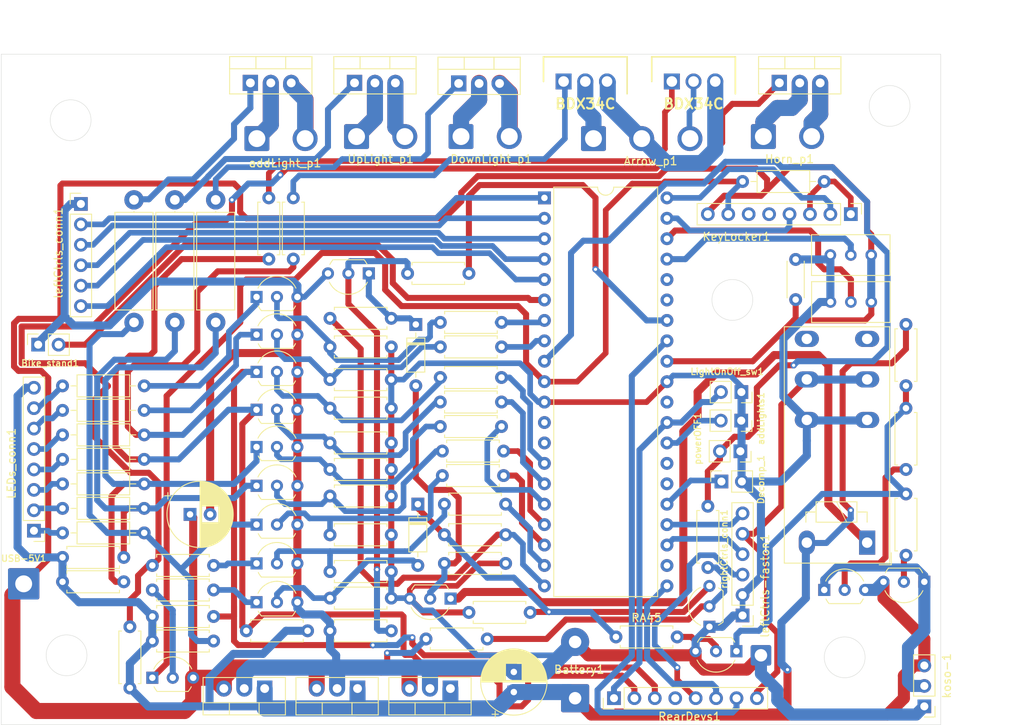
<source format=kicad_pcb>
(kicad_pcb (version 20211014) (generator pcbnew)
  (title_block (title "Motorbike Electrical System") (rev "4.0") (comment 1 "Additional high power light but not day-light") (comment 2 "Decompressor and byke-stand devices management") (comment 3 "Electronic resistors key") (comment 4 "Blinking light service") (comment 5 "USB 5V sevice"))
  (layers (0 "F.Cu" signal) (31 "B.Cu" signal) (34 "B.Paste" user) (35 "F.Paste" user) (36 "B.SilkS" user "B.Silkscreen") (37 "F.SilkS" user "F.Silkscreen") (38 "B.Mask" user) (39 "F.Mask" user) (44 "Edge.Cuts" user))
  (net 0 "")
  (net 1 "tempPower")
  (net 2 "Net-(KeyLocker1-Pad1)")
  (net 3 "c_leftArrow")
  (net 4 "o_leftArrow")
  (net 5 "Net-(Q3-Pad1)")
  (net 6 "Net-(LEDs_conn1-Pad1)")
  (net 7 "Net-(Q2-Pad1)")
  (net 8 "Net-(LEDs_conn1-Pad2)")
  (net 9 "Net-(LEDs_conn1-Pad3)")
  (net 10 "Net-(Q6-Pad2)")
  (net 11 "Net-(LEDs_conn1-Pad4)")
  (net 12 "Net-(Q5-Pad2)")
  (net 13 "Net-(LEDs_conn1-Pad5)")
  (net 14 "Net-(Q8-Pad1)")
  (net 15 "Net-(LEDs_conn1-Pad6)")
  (net 16 "Net-(Q11-Pad1)")
  (net 17 "Net-(Q12-Pad2)")
  (net 18 "Net-(Q14-Pad1)")
  (net 19 "o_keepAlive")
  (net 20 "c_rightArrow")
  (net 21 "o_rightArrow")
  (net 22 "Net-(Q4-Pad2)")
  (net 23 "o_neutral")
  (net 24 "Net-(Q3-Pad2)")
  (net 25 "o_engineReady")
  (net 26 "o_horn")
  (net 27 "Net-(Q10-Pad1)")
  (net 28 "Net-(LEDs_conn1-Pad7)")
  (net 29 "Net-(Q1-Pad1)")
  (net 30 "Net-(IC2-Pad1)")
  (net 31 "Net-(IC3-Pad1)")
  (net 32 "Net-(Q16-Pad2)")
  (net 33 "Net-(Q9-Pad2)")
  (net 34 "Net-(Q10-Pad2)")
  (net 35 "o_addLight")
  (net 36 "Net-(Q8-Pad2)")
  (net 37 "o_upLight")
  (net 38 "Net-(Q7-Pad2)")
  (net 39 "o_downLight")
  (net 40 "GND")
  (net 41 "+5V")
  (net 42 "Net-(Q9-Pad1)")
  (net 43 "Net-(Q2-Pad3)")
  (net 44 "+12V")
  (net 45 "Net-(Q1-Pad2)")
  (net 46 "Net-(Q1-Pad3)")
  (net 47 "i_startButton")
  (net 48 "Net-(Q18-Pad2)")
  (net 49 "i_engineON")
  (net 50 "i_bykeStand")
  (net 51 "i_leftArrow")
  (net 52 "i_rightArrow")
  (net 53 "Net-(D4-Pad1)")
  (net 54 "i_upLight")
  (net 58 "o_startEngine")
  (net 59 "i_downLight")
  (net 60 "i_addLight")
  (net 61 "i_horn")
  (net 62 "i_decompr")
  (net 63 "i_powerOFF")
  (net 64 "Net-(D3-Pad2)")
  (net 66 "i_neutral")
  (net 69 "Net-(RV2-Pad2)")
  (net 70 "Net-(RV1-Pad2)")
  (net 71 "i_Vx2")
  (net 72 "i_Vx1")
  (net 73 "Net-(Arrow_p1-Pad1)")
  (net 74 "Net-(Arrow_p1-Pad2)")
  (net 75 "Net-(Arrow_p1-Pad3)")
  (net 76 "Net-(DownLight_p1-Pad1)")
  (net 77 "Net-(DownLight_p1-Pad2)")
  (net 78 "Net-(Horn_p1-Pad1)")
  (net 79 "Net-(Horn_p1-Pad2)")
  (net 80 "c_engineOFF")
  (net 85 "Net-(Q16-Pad1)")
  (net 86 "Net-(Q15-Pad1)")
  (net 87 "Net-(Q2-Pad2)")
  (net 88 "Net-(D3-Pad1)")
  (net 89 "Net-(Q17-Pad2)")
  (net 90 "o_engineOFF")
  (net 91 "Net-(D4-Pad2)")
  (net 92 "Net-(Q20-Pad2)")
  (net 93 "Net-(Q4-Pad1)")
  (net 94 "Net-(Q5-Pad1)")
  (net 95 "Net-(Q19-Pad2)")
  (net 96 "Net-(K1-PadA1)")
  (net 97 "Net-(Q19-Pad1)")
  (net 99 "c_rearLight")
  (net 100 "c_brakeSwitch")
  (footprint "Capacitor_THT:CP_Radial_D8.0mm_P2.50mm" (layer "F.Cu") (at 123.061349 112.918)
    (fp_text reference "C1" hide)
    (fp_text value "C_Polarized_Small")
  )
  (footprint "Diode_THT:D_DO-35_SOD27_P7.62mm_Horizontal" (layer "F.Cu") (at 151.138 89.296 -90)
    (fp_text reference "D3" hide)
    (fp_text value "2V")
  )
  (footprint "Resistor_THT:R_Axial_DIN0207_L6.3mm_D2.5mm_P7.62mm_Horizontal" (layer "F.Cu") (at 148.09 88.534 180)
    (fp_text reference "RA41" hide)
    (fp_text value "4K")
  )
  (footprint "Connector_PinSocket_2.54mm:PinSocket_1x02_P2.54mm_Vertical" (layer "F.Cu") (at 191.631 97.703 -90)
    (fp_text reference "LightOnOff_sw1")
    (fp_text value "Conn_01x02" hide)
  )
  (footprint "Connector_PinSocket_2.54mm:PinSocket_1x02_P2.54mm_Vertical" (layer "F.Cu") (at 104.173 91.811 90)
    (fp_text reference "Bike_stand1")
    (fp_text value "Conn_01x02" hide)
  )
  (footprint "Package_TO_SOT_THT:TO-92L_Inline_Wide" (layer "F.Cu") (at 187.656 126.898 90)
    (fp_text reference "Q18" hide)
    (fp_text value "BC327")
  )
  (footprint "Connector_PinSocket_2.54mm:PinSocket_1x02_P2.54mm_Vertical" (layer "F.Cu") (at 191.611 101.259 -90)
    (fp_text reference "addLights1")
    (fp_text value "Conn_01x02" hide)
  )
  (footprint "Resistor_THT:R_Axial_DIN0207_L6.3mm_D2.5mm_P7.62mm_Horizontal" (layer "F.Cu") (at 137.681 127.396 180)
    (fp_text reference "RA27" hide)
    (fp_text value "100K")
  )
  (footprint "Resistor_THT:R_Axial_DIN0207_L6.3mm_D2.5mm_P7.62mm_Horizontal" (layer "F.Cu") (at 154.186 92.085)
    (fp_text reference "RA17" hide)
    (fp_text value "5K")
  )
  (footprint "Package_TO_SOT_THT:TO-92L_Inline_Wide" (layer "F.Cu") (at 131.331 85.878)
    (fp_text reference "Q10" hide)
    (fp_text value "BC337")
  )
  (footprint "Package_TO_SOT_THT:TO-92L_Inline_Wide" (layer "F.Cu") (at 214.384 121.3 180)
    (fp_text reference "Q20" hide)
    (fp_text value "BC327")
  )
  (footprint "Capacitor_THT:CP_Radial_D8.0mm_P2.50mm" (layer "F.Cu") (at 163.33 135.016 90)
    (fp_text reference "C9" hide)
    (fp_text value "C_Polarized_Small" hide)
  )
  (footprint "Resistor_THT:R_Axial_DIN0207_L6.3mm_D2.5mm_P7.62mm_Horizontal" (layer "F.Cu") (at 212.098 96.916 90)
    (fp_text reference "RA49" hide)
    (fp_text value "100K")
  )
  (footprint "Connector_Wire:SolderWire-1.5sqmm_1x02_P6mm_D1.7mm_OD3mm" (layer "F.Cu") (at 156.762 65.928)
    (fp_text reference "DownLight_p1")
    (fp_text value "Conn_01x02" hide)
  )
  (footprint "Package_TO_SOT_THT:TO-220-3_Vertical" (layer "F.Cu") (at 143.892 134.579 180)
    (fp_text reference "U3" hide)
    (fp_text value "L7805")
  )
  (footprint "Resistor_THT:R_Axial_DIN0207_L6.3mm_D2.5mm_P7.62mm_Horizontal" (layer "F.Cu") (at 154.44 108.092)
    (fp_text reference "RA22" hide)
    (fp_text value "5K")
  )
  (footprint "Resistor_THT:R_Axial_DIN0207_L6.3mm_D2.5mm_P10.16mm_Horizontal" (layer "F.Cu") (at 117.361 106.075 180)
    (fp_text reference "RA4" hide)
    (fp_text value "0")
  )
  (footprint "Connector_Wire:SolderWire-1.5sqmm_1x02_P6mm_D1.7mm_OD3mm" (layer "F.Cu") (at 131.374 66.182)
    (fp_text reference "addLight_p1")
    (fp_text value "Conn_01x02" hide)
  )
  (footprint "Connector_Wire:SolderWire-1.5sqmm_1x03_P6mm_D1.7mm_OD3mm" (layer "F.Cu") (at 173.236 66.182)
    (fp_text reference "Arrow_p1")
    (fp_text value "Conn_01x03" hide)
  )
  (footprint "Resistor_THT:R_Axial_DIN0207_L6.3mm_D2.5mm_P10.16mm_Horizontal" (layer "F.Cu") (at 117.361 103.027 180)
    (fp_text reference "RA5" hide)
    (fp_text value "0")
  )
  (footprint "BDX34C:TO270P460X1020X2008-3P" (layer "F.Cu") (at 182.982 59.078)
    (fp_text reference "IC2" hide)
    (fp_text value "BDX34C")
  )
  (footprint "Package_TO_SOT_THT:TO-92L_Inline_Wide" (layer "F.Cu") (at 131.331 119.014)
    (fp_text reference "Q9" hide)
    (fp_text value "BC337")
  )
  (footprint "Resistor_THT:R_Axial_DIN0207_L6.3mm_D2.5mm_P7.62mm_Horizontal" (layer "F.Cu") (at 154.181 98.943)
    (fp_text reference "RA19" hide)
    (fp_text value "5K")
  )
  (footprint "Resistor_THT:R_Axial_DIN0207_L6.3mm_D2.5mm_P7.62mm_Horizontal" (layer "F.Cu") (at 152.408 128.412)
    (fp_text reference "RA44" hide)
    (fp_text value "100K")
  )
  (footprint "Package_TO_SOT_THT:TO-92L_Inline_Wide" (layer "F.Cu") (at 201.938 122.316)
    (fp_text reference "Q19" hide)
    (fp_text value "BC327")
  )
  (footprint "Resistor_THT:R_Axial_DIN0207_L6.3mm_D2.5mm_P7.62mm_Horizontal" (layer "F.Cu") (at 154.689 115.448)
    (fp_text reference "RA8" hide)
    (fp_text value "4K")
  )
  (footprint "Package_TO_SOT_THT:TO-92L_Inline_Wide" (layer "F.Cu") (at 155.466 123.39 180)
    (fp_text reference "Q13" hide)
    (fp_text value "BC337")
  )
  (footprint "Package_TO_SOT_THT:TO-92L_Inline_Wide" (layer "F.Cu") (at 131.331 114.188)
    (fp_text reference "Q3" hide)
    (fp_text value "BC337")
  )
  (footprint "Resistor_THT:R_Axial_DIN0414_L11.9mm_D4.5mm_P15.24mm_Horizontal" (layer "F.Cu") (at 126.251 89.042 90)
    (fp_text reference "RA12" hide)
    (fp_text value "240")
  )
  (footprint "Connector_PinHeader_2.54mm:PinHeader_1x08_P2.54mm_Vertical" (layer "F.Cu") (at 205.24 75.58 -90)
    (fp_text reference "KeyLocker1")
    (fp_text value "Conn_01x08" hide)
  )
  (footprint "Resistor_THT:R_Axial_DIN0207_L6.3mm_D2.5mm_P7.62mm_Horizontal" (layer "F.Cu") (at 154.186 89.037)
    (fp_text reference "RA16" hide)
    (fp_text value "5K")
  )
  (footprint "Resistor_THT:R_Axial_DIN0207_L6.3mm_D2.5mm_P7.62mm_Horizontal" (layer "F.Cu") (at 165.362 125.11 180)
    (fp_text reference "RA48" hide)
    (fp_text value "100K")
  )
  (footprint "Connector_PinSocket_2.54mm:PinSocket_1x02_P2.54mm_Vertical" (layer "F.Cu") (at 191.504 105.069 -90)
    (fp_text reference "powerOFF1")
    (fp_text value "Conn_01x02" hide)
  )
  (footprint "Resistor_THT:R_Axial_DIN0207_L6.3mm_D2.5mm_P7.62mm_Horizontal" (layer "F.Cu") (at 118.372 128.666)
    (fp_text reference "RA24" hide)
    (fp_text value "100K")
  )
  (footprint "Package_TO_SOT_THT:TO-92L_Inline_Wide" (layer "F.Cu") (at 131.331 104.536)
    (fp_text reference "Q5" hide)
    (fp_text value "BC337")
  )
  (footprint "Resistor_THT:R_Axial_DIN0207_L6.3mm_D2.5mm_P7.62mm_Horizontal" (layer "F.Cu") (at 154.181 95.895)
    (fp_text reference "RA18" hide)
    (fp_text value "5K")
  )
  (footprint "Diode_THT:D_DO-35_SOD27_P7.62mm_Horizontal" (layer "F.Cu") (at 151.392 111.648 -90)
    (fp_text reference "D4" hide)
    (fp_text value "2V")
  )
  (footprint "Resistor_THT:R_Axial_DIN0207_L6.3mm_D2.5mm_P7.62mm_Horizontal" (layer "F.Cu") (at 154.694 111.648)
    (fp_text reference "RA23" hide)
    (fp_text value "5K")
  )
  (footprint "Resistor_THT:R_Axial_DIN0207_L6.3mm_D2.5mm_P7.62mm_Horizontal" (layer "F.Cu") (at 212.098 117.998 90)
    (fp_text reference "RA47" hide)
    (fp_text value "3K")
  )
  (footprint "Resistor_THT:R_Axial_DIN0207_L6.3mm_D2.5mm_P7.62mm_Horizontal" (layer "F.Cu") (at 115.578 134.508 90)
    (fp_text reference "RA42" hide)
    (fp_text value "100K")
  )
  (footprint "Relay_THT:Relay_DPDT_Schrack-RT2-FormC_RM5mm" (layer "F.Cu") (at 207.272 116.432 90)
    (fp_text reference "K1" hide)
    (fp_text value "RT42xxxx")
  )
  (footprint "Resistor_THT:R_Axial_DIN0207_L6.3mm_D2.5mm_P7.62mm_Horizontal" (layer "F.Cu") (at 132.855 81.168 90)
    (fp_text reference "RA13" hide)
    (fp_text value "8K")
  )
  (footprint "Connector_PinHeader_2.54mm:PinHeader_1x06_P2.54mm_Vertical" (layer "F.Cu") (at 191.778 125.491 180)
    (fp_text reference "rightCtrls_conn1")
    (fp_text value "Conn_01x06" hide)
  )
  (footprint "Resistor_THT:R_Axial_DIN0414_L11.9mm_D4.5mm_P15.24mm_Horizontal" (layer "F.Cu") (at 116.091 89.042 90)
    (fp_text reference "RA10" hide)
    (fp_text value "240")
  )
  (footprint "Resistor_THT:R_Axial_DIN0207_L6.3mm_D2.5mm_P7.62mm_Horizontal" (layer "F.Cu") (at 150.122 82.946)
    (fp_text reference "RA33" hide)
    (fp_text value "10K")
  )
  (footprint "Resistor_THT:R_Axial_DIN0207_L6.3mm_D2.5mm_P7.62mm_Horizontal" (layer "F.Cu") (at 140.47 110.632)
    (fp_text reference "RA35" hide)
    (fp_text value "100K")
  )
  (footprint "Resistor_THT:R_Axial_DIN0414_L11.9mm_D4.5mm_P15.24mm_Horizontal" (layer "F.Cu") (at 121.171 89.042 90)
    (fp_text reference "RA11" hide)
    (fp_text value "240")
  )
  (footprint "Resistor_THT:R_Axial_DIN0207_L6.3mm_D2.5mm_P10.16mm_Horizontal" (layer "F.Cu") (at 117.361 99.979 180)
    (fp_text reference "RA6" hide)
    (fp_text value "0")
  )
  (footprint "Connector_Wire:SolderWire-1.5sqmm_1x01_D1.7mm_OD3.9mm" (layer "F.Cu") (at 102.37 121.554)
    (fp_text reference "USB-5V1")
    (fp_text value "Conn_01x01" hide)
  )
  (footprint "Resistor_THT:R_Axial_DIN0207_L6.3mm_D2.5mm_P7.62mm_Horizontal" (layer "F.Cu") (at 140.47 99.71)
    (fp_text reference "RA38" hide)
    (fp_text value "100K")
  )
  (footprint "Resistor_THT:R_Axial_DIN0207_L6.3mm_D2.5mm_P10.16mm_Horizontal" (layer "F.Cu") (at 117.361 112.171 180)
    (fp_text reference "RA2" hide)
    (fp_text value "0")
  )
  (footprint "Connector_Wire:SolderWire-1.5sqmm_1x02_P6mm_D1.7mm_OD3mm" (layer "F.Cu") (at 194.366 65.928)
    (fp_text reference "Horn_p1")
    (fp_text value "Conn_01x02" hide)
  )
  (footprint "Capacitor_THT:C_Disc_D4.3mm_W1.9mm_P5.00mm" (layer "F.Cu") (at 198.382 86.208 90)
    (fp_text reference "C2" hide)
    (fp_text value "100nF")
  )
  (footprint "Connector_Wire:SolderWire-1.5sqmm_1x02_P6mm_D1.7mm_OD3mm" (layer "F.Cu") (at 143.772 65.928)
    (fp_text reference "UpLight_p1")
    (fp_text value "Conn_01x02" hide)
  )
  (footprint "Package_TO_SOT_THT:TO-92L_Inline_Wide" (layer "F.Cu") (at 118.372 133.238)
    (fp_text reference "Q12" hide)
    (fp_text value "BC327")
  )
  (footprint "Resistor_THT:R_Axial_DIN0207_L6.3mm_D2.5mm_P7.62mm_Horizontal" (layer "F.Cu") (at 154.44 105.044)
    (fp_text reference "RA21" hide)
    (fp_text value "5K")
  )
  (footprint "Connector_PinHeader_2.54mm:PinHeader_1x08_P2.54mm_Vertical" (layer "F.Cu") (at 103.645 114.95 180)
    (fp_text reference "LEDs_conn1")
    (fp_text value "Conn_01x08" hide)
  )
  (footprint "Package_TO_SOT_THT:TO-92L_Inline_Wide" (layer "F.Cu") (at 131.331 99.906)
    (fp_text reference "Q6" hide)
    (fp_text value "BC337")
  )
  (footprint "Package_TO_SOT_THT:TO-220-3_Vertical" (layer "F.Cu") (at 156.472 59.324)
    (fp_text reference "Q14" hide)
    (fp_text value "D45VH10")
  )
  (footprint "Package_TO_SOT_THT:TO-220-3_Vertical" (layer "F.Cu") (at 155.442 134.579 180)
    (fp_text reference "U1" hide)
    (fp_text value "L7805")
  )
  (footprint "Connector_PinHeader_2.54mm:PinHeader_1x03_P2.54mm_Vertical" (layer "F.Cu") (at 214.384 136.794 180)
    (fp_text reference "koso-1")
    (fp_text value "Conn_01x03" hide)
  )
  (footprint "Resistor_THT:R_Axial_DIN0207_L6.3mm_D2.5mm_P7.62mm_Horizontal" (layer "F.Cu") (at 154.694 119.014)
    (fp_text reference "RA31" hide)
    (fp_text value "100K")
  )
  (footprint "Resistor_THT:R_Axial_DIN0207_L6.3mm_D2.5mm_P7.62mm_Horizontal" (layer "F.Cu") (at 140.47 123.332)
    (fp_text reference "RA30" hide)
    (fp_text value "100K")
  )
  (footprint "Resistor_THT:R_Axial_DIN0207_L6.3mm_D2.5mm_P7.62mm_Horizontal" (layer "F.Cu") (at 154.181 101.991)
    (fp_text reference "RA20" hide)
    (fp_text value "5K")
  )
  (footprint "Resistor_THT:R_Axial_DIN0207_L6.3mm_D2.5mm_P10.16mm_Horizontal" (layer "F.Cu") (at 117.361 115.219 180)
    (fp_text reference "RA1" hide)
    (fp_text value "0")
  )
  (footprint "Package_TO_SOT_THT:TO-92L_Inline_Wide" (layer "F.Cu") (at 131.331 90.566)
    (fp_text reference "Q8" hide)
    (fp_text value "BC337")
  )
  (footprint "Package_TO_SOT_THT:TO-220-3_Vertical" (layer "F.Cu") (at 196.35 59.253)
    (fp_text reference "Q15" hide)
    (fp_text value "D45VH10")
  )
  (footprint "Connector_PinSocket_2.54mm:PinSocket_1x02_P2.54mm_Vertical" (layer "F.Cu") (at 189.151 108.829 90)
    (fp_text reference "Decomp_1")
    (fp_text value "Conn_01x02" hide)
  )
  (footprint "Package_TO_SOT_THT:TO-92L_Inline_Wide" (layer "F.Cu") (at 131.331 109.362)
    (fp_text reference "Q4" hide)
    (fp_text value "BC337")
  )
  (footprint "Resistor_THT:R_Axial_DIN0207_L6.3mm_D2.5mm_P7.62mm_Horizontal" (layer "F.Cu") (at 140.47 120.03)
    (fp_text reference "RA32" hide)
    (fp_text value "100K")
  )
  (footprint "Resistor_THT:R_Axial_DIN0207_L6.3mm_D2.5mm_P7.62mm_Horizontal" (layer "F.Cu") (at 140.47 104.028)
    (fp_text reference "RA37" hide)
    (fp_text value "100K")
  )
  (footprint "Package_TO_SOT_THT:TO-220-3_Vertical" (layer "F.Cu") (at 132.342 134.579 180)
    (fp_text reference "U2" hide)
    (fp_text value "L7805")
  )
  (footprint "Package_DIP:DIP-40_W15.24mm" (layer "F.Cu") (at 167.135 73.553)
    (fp_text reference "U4" hide)
    (fp_text value "ATmega16L-8P")
  )
  (footprint "Package_TO_SOT_THT:TO-92L_Inline_Wide" (layer "F.Cu") (at 191.016 129.936 180)
    (fp_text reference "Q16" hide)
    (fp_text value "BC337")
  )
  (footprint "Resistor_THT:R_Axial_DIN0207_L6.3mm_D2.5mm_P7.62mm_Horizontal" (layer "F.Cu") (at 176.03 128.158)
    (fp_text reference "RA45")
    (fp_text value "10K")
  )
  (footprint "Package_TO_SOT_THT:TO-220-3_Vertical" (layer "F.Cu") (at 130.564 59.253)
    (fp_text reference "Q1" hide)
    (fp_text value "D45VH10")
  )
  (footprint "Potentiometer_THT:Potentiometer_Bourns_3296W_Vertical" (layer "F.Cu") (at 207.79 86.502)
    (fp_text reference "RV1" hide)
    (fp_text value "10K")
  )
  (footprint "Resistor_THT:R_Axial_DIN0207_L6.3mm_D2.5mm_P7.62mm_Horizontal" (layer "F.Cu") (at 140.47 92.09)
    (fp_text reference "RA40" hide)
    (fp_text value "100K")
  )
  (footprint "Connector_Wire:SolderWire-0.75sqmm_1x01_D1.25mm_OD2.3mm" (layer "F.Cu") (at 194.064 130.444)
    (fp_text reference "leftCtrls-faston1")
    (fp_text value "Conn_01x01" hide)
  )
  (footprint "Resistor_THT:R_Axial_DIN0207_L6.3mm_D2.5mm_P7.62mm_Horizontal" (layer "F.Cu") (at 118.372 125.618)
    (fp_text reference "RA28" hide)
    (fp_text value "100K")
  )
  (footprint "Resistor_THT:R_Axial_DIN0207_L6.3mm_D2.5mm_P7.62mm_Horizontal" (layer "F.Cu") (at 187.46 119.522 90)
    (fp_text reference "RA29" hide)
    (fp_text value "10K")
  )
  (footprint "Resistor_THT:R_Axial_DIN0207_L6.3mm_D2.5mm_P7.62mm_Horizontal" (layer "F.Cu") (at 107.201 118.267)
    (fp_text reference "RA25" hide)
    (fp_text value "100K")
  )
  (footprint "Resistor_THT:R_Axial_DIN0207_L6.3mm_D2.5mm_P7.62mm_Horizontal" (layer "F.Cu") (at 125.992 119.268 180)
    (fp_text reference "RA15" hide)
    (fp_text value "240")
  )
  (footprint "Resistor_THT:R_Axial_DIN0207_L6.3mm_D2.5mm_P7.62mm_Horizontal" (layer "F.Cu") (at 107.201 121.3)
    (fp_text reference "RA26" hide)
    (fp_text value "100K")
  )
  (footprint "Potentiometer_THT:Potentiometer_Bourns_3296W_Vertical" (layer "F.Cu") (at 207.78 80.66)
    (fp_text reference "RV2" hide)
    (fp_text value "10K")
  )
  (footprint "Package_TO_SOT_THT:TO-92L_Inline_Wide" (layer "F.Cu") (at 131.331 123.84)
    (fp_text reference "Q11" hide)
    (fp_text value "BC337")
  )
  (footprint "Connector_Wire:SolderWire-0.75sqmm_1x02_P7mm_D1.25mm_OD3.5mm" (layer "F.Cu") (at 170.95 135.782 90)
    (fp_text reference "Battery1")
    (fp_text value "Conn_01x02" hide)
  )
  (footprint "Connector_PinHeader_2.54mm:PinHeader_1x06_P2.54mm_Vertical" (layer "F.Cu") (at 109.487 74.31)
    (fp_text reference "leftCtrls_conn1")
    (fp_text value "Conn_01x06" hide)
  )
  (footprint "Resistor_THT:R_Axial_DIN0207_L6.3mm_D2.5mm_P7.62mm_Horizontal" (layer "F.Cu") (at 125.992 122.316 180)
    (fp_text reference "RA7" hide)
    (fp_text value "1K")
  )
  (footprint "Resistor_THT:R_Axial_DIN0207_L6.3mm_D2.5mm_P7.62mm_Horizontal" (layer "F.Cu") (at 140.47 115.458)
    (fp_text reference "RA34" hide)
    (fp_text value "100K")
  )
  (footprint "Resistor_THT:R_Axial_DIN0207_L6.3mm_D2.5mm_P10.16mm_Horizontal" (layer "F.Cu") (at 117.361 96.931 180)
    (fp_text reference "RA9" hide)
    (fp_text value "0")
  )
  (footprint "Connector_PinHeader_2.54mm:PinHeader_1x08_P2.54mm_Vertical" (layer "F.Cu") (at 175.786 135.778 90)
    (fp_text reference "RearDevs1")
    (fp_text value "Conn_01x08" hide)
  )
  (footprint "Resistor_THT:R_Axial_DIN0207_L6.3mm_D2.5mm_P10.16mm_Horizontal" (layer "F.Cu") (at 117.361 109.123 180)
    (fp_text reference "RA3" hide)
    (fp_text value "0")
  )
  (footprint "Resistor_THT:R_Axial_DIN0207_L6.3mm_D2.5mm_P7.62mm_Horizontal" (layer "F.Cu") (at 135.903 81.168 90)
    (fp_text reference "RA14" hide)
    (fp_text value "8K")
  )
  (footprint "Package_TO_SOT_THT:TO-220-3_Vertical" (layer "F.Cu") (at 143.518 59.253)
    (fp_text reference "Q2" hide)
    (fp_text value "D45VH10")
  )
  (footprint "Resistor_THT:R_Axial_DIN0207_L6.3mm_D2.5mm_P10.16mm_Horizontal" (layer "F.Cu") (at 191.778 71.516)
    (fp_text reference "R1" hide)
    (fp_text value "1K")
  )
  (footprint "Resistor_THT:R_Axial_DIN0207_L6.3mm_D2.5mm_P7.62mm_Horizontal" (layer "F.Cu") (at 212.098 107.33 90)
    (fp_text reference "RA46" hide)
    (fp_text value "3K")
  )
  (footprint "BDX34C:TO270P460X1020X2008-3P" (layer "F.Cu") (at 169.52 59.078)
    (fp_text reference "IC3" hide)
    (fp_text value "BDX34C")
  )
  (footprint "Resistor_THT:R_Axial_DIN0207_L6.3mm_D2.5mm_P7.62mm_Horizontal" (layer "F.Cu") (at 140.47 107.33)
    (fp_text reference "RA36" hide)
    (fp_text value "100K")
  )
  (footprint "Resistor_THT:R_Axial_DIN0207_L6.3mm_D2.5mm_P7.62mm_Horizontal" (layer "F.Cu") (at 140.47 96.154)
    (fp_text reference "RA39" hide)
    (fp_text value "100K")
  )
  (footprint "Resistor_THT:R_Axial_DIN0207_L6.3mm_D2.5mm_P7.62mm_Horizontal" (layer "F.Cu") (at 140.47 127.396)
    (fp_text reference "RA43" hide)
    (fp_text value "100K")
  )
  (footprint "Package_TO_SOT_THT:TO-92L_Inline_Wide" (layer "F.Cu") (at 131.331 95.196)
    (fp_text reference "Q7" hide)
    (fp_text value "BC337")
  )
  (footprint "Package_TO_SOT_THT:TO-92L_Inline_Wide" (layer "F.Cu") (at 145.296 82.946 180)
    (fp_text reference "Q17" hide)
    (fp_text value "BC337")
  )
  (gr_circle (center 108.212067 63.896) (end 110.752067 63.885435) (layer "Edge.Cuts") (width 0.05) (fill none))
  (gr_circle (center 210.066067 62.118) (end 212.606 62.117933) (layer "Edge.Cuts") (width 0.05) (fill none))
  (gr_circle (center 204.478067 130.697933) (end 207.018067 130.697933) (layer "Edge.Cuts") (width 0.05) (fill none))
  (gr_circle (center 190.508 86.248) (end 193.047933 86.247933) (layer "Edge.Cuts") (width 0.05) (fill none))
  (gr_circle (center 107.704067 130.443933) (end 110.244067 130.443933) (layer "Edge.Cuts") (width 0.05) (fill none))
  (gr_rect (start 99.576 55.68) (end 216.427 139.08) (layer "Edge.Cuts") (width 0.05) (fill none))
  (segment (start 181.866 71.776) (end 178.056 71.776) (width 0.7) (layer "F.Cu") (net 1))
  (segment (start 163.838 87.01) (end 164.854 88.026) (width 0.75) (layer "F.Cu") (net 1))
  (segment (start 191.778 71.516) (end 182.126 71.516) (width 0.7) (layer "F.Cu") (net 1))
  (segment (start 120.15 98.186) (end 129.299 89.037) (width 0.75) (layer "F.Cu") (net 1))
  (segment (start 118.372 133.238) (end 120.15 131.46) (width 0.75) (layer "F.Cu") (net 1))
  (segment (start 149.36 87.01) (end 163.838 87.01) (width 0.75) (layer "F.Cu") (net 1))
  (segment (start 171.199 96.413) (end 167.135 96.413) (width 0.7) (layer "F.Cu") (net 1))
  (segment (start 174.76 92.852) (end 173.744 93.868) (width 0.7) (layer "F.Cu") (net 1))
  (segment (start 129.299 89.037) (end 129.299 84.47) (width 0.75) (layer "F.Cu") (net 1))
  (segment (start 182.126 71.516) (end 181.866 71.776) (width 0.7) (layer "F.Cu") (net 1))
  (segment (start 130.061 83.708) (end 136.152 83.708) (width 0.75) (layer "F.Cu") (net 1))
  (segment (start 164.854 94.132) (end 167.135 96.413) (width 0.75) (layer "F.Cu") (net 1))
  (segment (start 146.058 80.406) (end 147.328 81.676) (width 0.75) (layer "F.Cu") (net 1))
  (segment (start 173.744 93.868) (end 171.199 96.413) (width 0.7) (layer "F.Cu") (net 1))
  (segment (start 139.454 80.406) (end 146.058 80.406) (width 0.75) (layer "F.Cu") (net 1))
  (segment (start 136.152 83.708) (end 139.454 80.406) (width 0.75) (layer "F.Cu") (net 1))
  (segment (start 178.056 71.776) (end 174.76 75.072) (width 0.7) (layer "F.Cu") (net 1))
  (segment (start 129.299 84.47) (end 130.061 83.708) (width 0.75) (layer "F.Cu") (net 1))
  (segment (start 174.76 75.072) (end 174.76 92.852) (width 0.7) (layer "F.Cu") (net 1))
  (segment (start 120.15 131.46) (end 120.15 98.186) (width 0.75) (layer "F.Cu") (net 1))
  (segment (start 164.854 88.026) (end 164.854 94.132) (width 0.75) (layer "F.Cu") (net 1))
  (segment (start 147.328 81.676) (end 147.328 84.978) (width 0.75) (layer "F.Cu") (net 1))
  (segment (start 147.328 84.978) (end 149.36 87.01) (width 0.75) (layer "F.Cu") (net 1))
  (segment (start 190 73.294) (end 190 75.58) (width 0.7) (layer "B.Cu") (net 1))
  (segment (start 191.778 71.516) (end 190 73.294) (width 0.7) (layer "B.Cu") (net 1))
  (segment (start 205.24 73.548) (end 203.208 71.516) (width 0.7) (layer "F.Cu") (net 2))
  (segment (start 201.938 71.516) (end 200.16 73.294) (width 0.7) (layer "F.Cu") (net 2))
  (segment (start 200.16 73.294) (end 200.16 75.58) (width 0.7) (layer "F.Cu") (net 2))
  (segment (start 205.24 75.58) (end 205.24 73.548) (width 0.7) (layer "F.Cu") (net 2))
  (segment (start 203.208 71.516) (end 201.938 71.516) (width 0.7) (layer "F.Cu") (net 2))
  (segment (start 161.552 134) (end 161.552 135.988) (width 0.75) (layer "F.Cu") (net 3))
  (segment (start 131.331 99.906) (end 129.563 101.674) (width 0.75) (layer "F.Cu") (net 3))
  (segment (start 165.108 135.988) (end 165.108 133.492) (width 0.75) (layer "F.Cu") (net 3))
  (segment (start 161.552 135.988) (end 162.358 136.794) (width 0.75) (layer "F.Cu") (net 3))
  (segment (start 149.614 125.618) (end 149.614 130.19) (width 0.75) (layer "F.Cu") (net 3))
  (segment (start 151.937 131.555614) (end 151.937 132.513) (width 0.75) (layer "F.Cu") (net 3))
  (segment (start 132.855 81.168) (end 122.006502 81.168) (width 0.75) (layer "F.Cu") (net 3))
  (segment (start 113.805 94.964944) (end 113.805 104.551) (width 0.75) (layer "F.Cu") (net 3))
  (segment (start 164.302 136.794) (end 165.108 135.988) (width 0.75) (layer "F.Cu") (net 3))
  (segment (start 122.006502 81.168) (end 118.631 84.543502) (width 0.75) (layer "F.Cu") (net 3))
  (segment (start 113.805 104.551) (end 115.329 106.075) (width 0.75) (layer "F.Cu") (net 3))
  (segment (start 132.093 125.364) (end 149.36 125.364) (width 0.75) (layer "F.Cu") (net 3))
  (segment (start 150.774386 130.393) (end 151.937 131.555614) (width 0.75) (layer "F.Cu") (net 3))
  (segment (start 165.616 132.984) (end 176.792 132.984) (width 0.75) (layer "F.Cu") (net 3))
  (segment (start 118.631 92.598) (end 118.053 93.176) (width 0.75) (layer "F.Cu") (net 3))
  (segment (start 178.326 134.518) (end 178.326 135.778) (width 0.75) (layer "F.Cu") (net 3))
  (segment (start 129.563 126.898) (end 130.061 127.396) (width 0.75) (layer "F.Cu") (net 3))
  (segment (start 149.614 130.19) (end 149.817 130.393) (width 0.75) (layer "F.Cu") (net 3))
  (segment (start 118.053 93.176) (end 115.593944 93.176) (width 0.75) (layer "F.Cu") (net 3))
  (segment (start 165.108 133.492) (end 165.616 132.984) (width 0.75) (layer "F.Cu") (net 3))
  (segment (start 149.36 125.364) (end 149.614 125.618) (width 0.75) (layer "F.Cu") (net 3))
  (segment (start 115.329 106.075) (end 117.361 106.075) (width 0.75) (layer "F.Cu") (net 3))
  (segment (start 151.937 132.513) (end 152.154 132.73) (width 0.75) (layer "F.Cu") (net 3))
  (segment (start 152.154 132.73) (end 160.282 132.73) (width 0.75) (layer "F.Cu") (net 3))
  (segment (start 149.817 130.393) (end 150.774386 130.393) (width 0.75) (layer "F.Cu") (net 3))
  (segment (start 162.358 136.794) (end 164.302 136.794) (width 0.75) (layer "F.Cu") (net 3))
  (segment (start 176.792 132.984) (end 178.326 134.518) (width 0.75) (layer "F.Cu") (net 3))
  (segment (start 129.563 101.674) (end 129.563 126.898) (width 0.75) (layer "F.Cu") (net 3))
  (segment (start 118.631 84.543502) (end 118.631 92.598) (width 0.75) (layer "F.Cu") (net 3))
  (segment (start 160.282 132.73) (end 161.552 134) (width 0.75) (layer "F.Cu") (net 3))
  (segment (start 115.593944 93.176) (end 113.805 94.964944) (width 0.75) (layer "F.Cu") (net 3))
  (segment (start 130.061 127.396) (end 132.093 125.364) (width 0.75) (layer "F.Cu") (net 3))
  (segment (start 131.331 99.906) (end 127.833 99.906) (width 0.75) (layer "B.Cu") (net 3))
  (segment (start 121.664 106.075) (end 117.361 106.075) (width 0.75) (layer "B.Cu") (net 3))
  (segment (start 127.833 99.906) (end 121.664 106.075) (width 0.75) (layer "B.Cu") (net 3))
  (segment (start 164.462 106.44) (end 167.135 109.113) (width 0.7) (layer "B.Cu") (net 4))
  (segment (start 164.462 100.334) (end 164.462 106.44) (width 0.7) (layer "B.Cu") (net 4))
  (segment (start 163.071 98.943) (end 164.462 100.334) (width 0.7) (layer "B.Cu") (net 4))
  (segment (start 161.801 98.943) (end 163.071 98.943) (width 0.7) (layer "B.Cu") (net 4))
  (segment (start 123.193 127.899) (end 123.193 121.741) (width 0.75) (layer "B.Cu") (net 5))
  (segment (start 110.562 112.992) (end 112.789 115.219) (width 0.75) (layer "B.Cu") (net 5))
  (segment (start 123.96 128.666) (end 123.193 127.899) (width 0.75) (layer "B.Cu") (net 5))
  (segment (start 114.63314 90.49986) (end 111.83914 90.49986) (width 0.75) (layer "B.Cu") (net 5))
  (segment (start 131.331 114.188) (end 127.516 114.188) (width 0.75) (layer "B.Cu") (net 5))
  (segment (start 116.091 89.042) (end 114.63314 90.49986) (width 0.75) (layer "B.Cu") (net 5))
  (segment (start 125.992 128.666) (end 123.96 128.666) (width 0.75) (layer "B.Cu") (net 5))
  (segment (start 110.562 91.777) (end 110.562 112.992) (width 0.75) (layer "B.Cu") (net 5))
  (segment (start 123.198 121.046) (end 117.371 115.219) (width 0.75) (layer "B.Cu") (net 5))
  (segment (start 111.83914 90.49986) (end 110.562 91.777) (width 0.75) (layer "B.Cu") (net 5))
  (segment (start 112.789 115.219) (end 117.361 115.219) (width 0.75) (layer "B.Cu") (net 5))
  (segment (start 127.516 114.188) (end 121.928 119.776) (width 0.75) (layer "B.Cu") (net 5))
  (segment (start 117.371 115.219) (end 117.361 115.219) (width 0.75) (layer "B.Cu") (net 5))
  (segment (start 123.198 121.741) (end 123.198 121.046) (width 0.75) (layer "B.Cu") (net 5))
  (segment (start 105.423 114.95) (end 103.645 114.95) (width 0.7) (layer "B.Cu") (net 6))
  (segment (start 105.692 115.219) (end 105.423 114.95) (width 0.7) (layer "B.Cu") (net 6))
  (segment (start 107.201 115.219) (end 105.692 115.219) (width 0.7) (layer "B.Cu") (net 6))
  (segment (start 138.692 68.722) (end 140.216 67.198) (width 0.75) (layer "B.Cu") (net 7))
  (segment (start 127.477852 68.722) (end 138.692 68.722) (width 0.75) (layer "B.Cu") (net 7))
  (segment (start 125.320999 70.917001) (end 125.320999 70.878853) (width 0.75) (layer "B.Cu") (net 7))
  (segment (start 121.171 73.802) (end 122.436 73.802) (width 0.75) (layer "B.Cu") (net 7))
  (segment (start 122.436 73.802) (end 125.320999 70.917001) (width 0.75) (layer "B.Cu") (net 7))
  (segment (start 140.216 67.198) (end 140.216 62.555) (width 0.75) (layer "B.Cu") (net 7))
  (segment (start 125.320999 70.878853) (end 127.477852 68.722) (width 0.75) (layer "B.Cu") (net 7))
  (segment (start 140.216 62.555) (end 143.518 59.253) (width 0.75) (layer "B.Cu") (net 7))
  (segment (start 107.201 112.171) (end 103.884 112.171) (width 0.7) (layer "B.Cu") (net 8))
  (segment (start 103.884 112.171) (end 103.645 112.41) (width 0.7) (layer "B.Cu") (net 8))
  (segment (start 105.169 109.87) (end 104.153 109.87) (width 0.7) (layer "B.Cu") (net 9))
  (segment (start 105.916 109.123) (end 105.169 109.87) (width 0.7) (layer "B.Cu") (net 9))
  (segment (start 107.201 109.123) (end 105.916 109.123) (width 0.7) (layer "B.Cu") (net 9))
  (segment (start 149.868 104.79) (end 149.868 102.758) (width 0.7) (layer "B.Cu") (net 10))
  (segment (start 139.678 103.236) (end 141.994 105.552) (width 0.7) (layer "B.Cu") (net 10))
  (segment (start 133.871 101.493) (end 135.743261 103.365261) (width 0.7) (layer "B.Cu") (net 10))
  (segment (start 149.106 105.552) (end 149.868 104.79) (width 0.7) (layer "B.Cu") (net 10))
  (segment (start 149.868 102.758) (end 153.683 98.943) (width 0.7) (layer "B.Cu") (net 10))
  (segment (start 141.994 105.552) (end 149.106 105.552) (width 0.7) (layer "B.Cu") (net 10))
  (segment (start 133.871 99.906) (end 133.871 101.493) (width 0.7) (layer "B.Cu") (net 10))
  (segment (start 135.743261 103.365261) (end 135.872522 103.236) (width 0.7) (layer "B.Cu") (net 10))
  (segment (start 135.872522 103.236) (end 139.678 103.236) (width 0.7) (layer "B.Cu") (net 10))
  (segment (start 153.683 98.943) (end 154.181 98.943) (width 0.7) (layer "B.Cu") (net 10))
  (segment (start 107.201 106.075) (end 105.946 107.33) (width 0.7) (layer "B.Cu") (net 11))
  (segment (start 105.946 107.33) (end 103.645 107.33) (width 0.7) (layer "B.Cu") (net 11))
  (segment (start 139.2 106.06) (end 140.47 107.33) (width 0.7) (layer "B.Cu") (net 12))
  (segment (start 150.768 106.561189) (end 150.768 103.636) (width 0.7) (layer "B.Cu") (net 12))
  (segment (start 134.374 106.06) (end 139.2 106.06) (width 0.7) (layer "B.Cu") (net 12))
  (segment (start 133.871 105.557) (end 134.374 106.06) (width 0.7) (layer "B.Cu") (net 12))
  (segment (start 140.47 107.33) (end 141.994 108.854) (width 0.7) (layer "B.Cu") (net 12))
  (segment (start 141.994 108.854) (end 148.475189 108.854) (width 0.7) (layer "B.Cu") (net 12))
  (segment (start 152.413 101.991) (end 154.181 101.991) (width 0.7) (layer "B.Cu") (net 12))
  (segment (start 148.475189 108.854) (end 150.768 106.561189) (width 0.7) (layer "B.Cu") (net 12))
  (segment (start 133.871 104.536) (end 133.871 105.557) (width 0.7) (layer "B.Cu") (net 12))
  (segment (start 150.768 103.636) (end 152.413 101.991) (width 0.7) (layer "B.Cu") (net 12))
  (segment (start 105.184 104.79) (end 103.645 104.79) (width 0.7) (layer "B.Cu") (net 13))
  (segment (start 106.947 103.027) (end 105.184 104.79) (width 0.7) (layer "B.Cu") (net 13))
  (segment (start 128.791 91.074) (end 129.299 90.566) (width 0.7) (layer "B.Cu") (net 14))
  (segment (start 117.361 99.979) (end 123.188 99.979) (width 0.7) (layer "B.Cu") (net 14))
  (segment (start 128.791 94.376) (end 128.791 91.074) (width 0.7) (layer "B.Cu") (net 14))
  (segment (start 129.299 90.566) (end 131.331 90.566) (width 0.7) (layer "B.Cu") (net 14))
  (segment (start 123.188 99.979) (end 128.791 94.376) (width 0.7) (layer "B.Cu") (net 14))
  (segment (start 104.915 100.98) (end 103.645 102.25) (width 0.7) (layer "B.Cu") (net 15))
  (segment (start 105.946 100.98) (end 104.915 100.98) (width 0.7) (layer "B.Cu") (net 15))
  (segment (start 106.947 99.979) (end 105.946 100.98) (width 0.7) (layer "B.Cu") (net 15))
  (segment (start 107.201 99.979) (end 106.947 99.979) (width 0.7) (layer "B.Cu") (net 15))
  (segment (start 130.056 123.84) (end 128.532 122.316) (width 0.7) (layer "B.Cu") (net 16))
  (segment (start 128.532 122.316) (end 125.992 122.316) (width 0.7) (layer "B.Cu") (net 16))
  (segment (start 131.331 123.84) (end 130.056 123.84) (width 0.7) (layer "B.Cu") (net 16))
  (segment (start 120.912 133.238) (end 120.912 125.364) (width 0.75) (layer "B.Cu") (net 17))
  (segment (start 120.912 124.856) (end 118.372 122.316) (width 0.75) (layer "B.Cu") (net 17))
  (segment (start 120.912 125.359) (end 120.912 124.856) (width 0.75) (layer "B.Cu") (net 17))
  (segment (start 152.662 67.96) (end 152.662 63.134) (width 0.7) (layer "B.Cu") (net 18))
  (segment (start 126.246 71.262) (end 127.77 69.738) (width 0.7) (layer "B.Cu") (net 18))
  (segment (start 141.994 68.722) (end 151.9 68.722) (width 0.7) (layer "B.Cu") (net 18))
  (segment (start 127.77 69.738) (end 140.978 69.738) (width 0.7) (layer "B.Cu") (net 18))
  (segment (start 140.978 69.738) (end 141.994 68.722) (width 0.7) (layer "B.Cu") (net 18))
  (segment (start 151.9 68.722) (end 152.662 67.96) (width 0.7) (layer "B.Cu") (net 18))
  (segment (start 126.246 72.024) (end 126.246 71.262) (width 0.7) (layer "B.Cu") (net 18))
  (segment (start 126.251 73.802) (end 126.251 72.024) (width 0.7) (layer "B.Cu") (net 18))
  (segment (start 152.662 63.134) (end 156.472 59.324) (width 0.7) (layer "B.Cu") (net 18))
  (segment (start 155.964 120.792) (end 161.308 115.448) (width 0.75) (layer "F.Cu") (net 19))
  (segment (start 144.28 92.344) (end 144.28 119.776) (width 0.75) (layer "F.Cu") (net 19))
  (segment (start 146.058 121.554) (end 148.852 121.554) (width 0.75) (layer "F.Cu") (net 19))
  (segment (start 140.47 88.534) (end 144.28 92.344) (width 0.75) (layer "F.Cu") (net 19))
  (segment (start 149.614 120.792) (end 155.964 120.792) (width 0.75) (layer "F.Cu") (net 19))
  (segment (start 144.28 119.776) (end 146.058 121.554) (width 0.75) (layer "F.Cu") (net 19))
  (segment (start 161.308 115.448) (end 162.309 115.448) (width 0.75) (layer "F.Cu") (net 19))
  (segment (start 148.852 121.554) (end 149.614 120.792) (width 0.75) (layer "F.Cu") (net 19))
  (segment (start 164.462 116.59) (end 164.462 119.14) (width 0.7) (layer "B.Cu") (net 19))
  (segment (start 164.462 119.14) (end 167.135 121.813) (width 0.7) (layer "B.Cu") (net 19))
  (segment (start 162.309 115.448) (end 163.32 115.448) (width 0.7) (layer "B.Cu") (net 19))
  (segment (start 163.32 115.448) (end 164.462 116.59) (width 0.7) (layer "B.Cu") (net 19))
  (segment (start 123.965 92.598) (end 122.187 94.376) (width 0.75) (layer "F.Cu") (net 20))
  (segment (start 164.6 130.444) (end 166.124 131.968) (width 0.75) (layer "F.Cu") (net 20))
  (segment (start 116.345 103.027) (end 117.361 103.027) (width 0.75) (layer "F.Cu") (net 20))
  (segment (start 150.702924 128.992924) (end 151.153 129.443) (width 0.75) (layer "F.Cu") (net 20))
  (segment (start 151.167888 129.443) (end 152.168888 130.444) (width 0.75) (layer "F.Cu") (net 20))
  (segment (start 135.903 81.168) (end 135.903 82.184) (width 0.75) (layer "F.Cu") (net 20))
  (segment (start 150.702924 128.230924) (end 150.702924 128.992924) (width 0.75) (layer "F.Cu") (net 20))
  (segment (start 135.395 82.692) (end 126.505 82.692) (width 0.75) (layer "F.Cu") (net 20))
  (segment (start 145.804 129.174) (end 129.045 129.174) (width 0.75) (layer "F.Cu") (net 20))
  (segment (start 129.045 129.174) (end 128.532 128.661) (width 0.75) (layer "F.Cu") (net 20))
  (segment (start 131.331 95.196) (end 129.563 95.196) (width 0.75) (layer "F.Cu") (net 20))
  (segment (start 135.903 82.184) (end 135.395 82.692) (width 0.75) (layer "F.Cu") (net 20))
  (segment (start 152.168888 130.444) (end 164.6 130.444) (width 0.75) (layer "F.Cu") (net 20))
  (segment (start 178.57 131.968) (end 180.866 134.264) (width 0.75) (layer "F.Cu") (net 20))
  (segment (start 151.153 129.443) (end 151.167888 129.443) (width 0.75) (layer "F.Cu") (net 20))
  (segment (start 180.866 134.264) (end 180.866 135.778) (width 0.75) (layer "F.Cu") (net 20))
  (segment (start 128.532 96.227) (end 128.532 125.618) (width 0.75) (layer "F.Cu") (net 20))
  (segment (start 129.563 95.196) (end 128.532 96.227) (width 0.75) (layer "F.Cu") (net 20))
  (segment (start 115.329 102.011) (end 116.345 103.027) (width 0.75) (layer "F.Cu") (net 20))
  (segment (start 115.329 95.138) (end 115.329 102.011) (width 0.75) (layer "F.Cu") (net 20))
  (segment (start 122.187 94.376) (end 116.091 94.376) (width 0.75) (layer "F.Cu") (net 20))
  (segment (start 116.091 94.376) (end 115.329 95.138) (width 0.75) (layer "F.Cu") (net 20))
  (segment (start 166.124 131.968) (end 178.57 131.968) (width 0.75) (layer "F.Cu") (net 20))
  (segment (start 128.532 125.618) (end 125.992 125.618) (width 0.75) (layer "F.Cu") (net 20))
  (segment (start 126.505 82.692) (end 123.965 85.232) (width 0.75) (layer "F.Cu") (net 20))
  (segment (start 123.965 85.232) (end 123.965 92.598) (width 0.75) (layer "F.Cu") (net 20))
  (segment (start 128.532 128.661) (end 128.532 124.348) (width 0.75) (layer "F.Cu") (net 20))
  (via (at 150.702924 128.230924) (size 0.8) (drill 0.4) (layers "F.Cu" "B.Cu") (net 20))
  (via (at 145.804 129.174) (size 0.8) (drill 0.4) (layers "F.Cu" "B.Cu") (net 20))
  (segment (start 117.361 103.027) (end 122.172 103.027) (width 0.75) (layer "B.Cu") (net 20))
  (segment (start 149.795076 128.230924) (end 150.702924 128.230924) (width 0.75) (layer "B.Cu") (net 20))
  (segment (start 145.804 129.174) (end 148.852 129.174) (width 0.75) (layer "B.Cu") (net 20))
  (segment (start 122.172 103.027) (end 130.003 95.196) (width 0.75) (layer "B.Cu") (net 20))
  (segment (start 148.852 129.174) (end 149.795076 128.230924) (width 0.75) (layer "B.Cu") (net 20))
  (segment (start 130.003 95.196) (end 131.331 95.196) (width 0.75) (layer "B.Cu") (net 20))
  (segment (start 162.817 95.895) (end 164.462 97.54) (width 0.7) (layer "B.Cu") (net 21))
  (segment (start 162.568 95.895) (end 162.817 95.895) (width 0.7) (layer "B.Cu") (net 21))
  (segment (start 165.362 104.8) (end 167.135 106.573) (width 0.7) (layer "B.Cu") (net 21))
  (segment (start 165.362 99.204792) (end 165.362 104.8) (width 0.7) (layer "B.Cu") (net 21))
  (segment (start 164.462 97.54) (end 164.462 98.304792) (width 0.7) (layer "B.Cu") (net 21))
  (segment (start 161.801 95.895) (end 162.563 95.895) (width 0.7) (layer "B.Cu") (net 21))
  (segment (start 164.462 98.304792) (end 165.362 99.204792) (width 0.7) (layer "B.Cu") (net 21))
  (segment (start 133.871 109.362) (end 133.871 110.632) (width 0.7) (layer "B.Cu") (net 22))
  (segment (start 133.871 110.632) (end 134.887 111.648) (width 0.7) (layer "B.Cu") (net 22))
  (segment (start 142.359 112.521) (end 148.995 112.521) (width 0.7) (layer "B.Cu") (net 22))
  (segment (start 139.454 111.648) (end 140.47 110.632) (width 0.7) (layer "B.Cu") (net 22))
  (segment (start 149.614 111.902) (end 149.614 109.108) (width 0.7) (layer "B.Cu") (net 22))
  (segment (start 149.614 109.108) (end 153.678 105.044) (width 0.7) (layer "B.Cu") (net 22))
  (segment (start 153.678 105.044) (end 154.44 105.044) (width 0.7) (layer "B.Cu") (net 22))
  (segment (start 140.47 110.632) (end 142.359 112.521) (width 0.7) (layer "B.Cu") (net 22))
  (segment (start 148.995 112.521) (end 149.614 111.902) (width 0.7) (layer "B.Cu") (net 22))
  (segment (start 134.887 111.648) (end 139.454 111.648) (width 0.7) (layer "B.Cu") (net 22))
  (segment (start 161.811 92.09) (end 165.362 92.09) (width 0.7) (layer "B.Cu") (net 23))
  (segment (start 166.119 91.333) (end 167.135 91.333) (width 0.7) (layer "B.Cu") (net 23))
  (segment (start 161.806 92.085) (end 161.811 92.09) (width 0.7) (layer "B.Cu") (net 23))
  (segment (start 165.362 92.09) (end 166.119 91.333) (width 0.7) (layer "B.Cu") (net 23))
  (segment (start 135.276208 112.782792) (end 133.871 114.188) (width 0.7) (layer "B.Cu") (net 24))
  (segment (start 152.573 113.421) (end 137.925 113.421) (width 0.7) (layer "B.Cu") (net 24))
  (segment (start 137.925 113.421) (end 137.286792 112.782792) (width 0.7) (layer "B.Cu") (net 24))
  (segment (start 152.996 112.998) (end 152.573 113.421) (width 0.7) (layer "B.Cu") (net 24))
  (segment (start 137.286792 112.782792) (end 135.276208 112.782792) (width 0.7) (layer "B.Cu") (net 24))
  (segment (start 154.44 108.092) (end 152.996 109.536) (width 0.7) (layer "B.Cu") (net 24))
  (segment (start 140.47 115.458) (end 140.47 113.68) (width 0.7) (layer "B.Cu") (net 24))
  (segment (start 152.996 109.536) (end 152.996 112.998) (width 0.7) (layer "B.Cu") (net 24))
  (segment (start 167.135 88.793) (end 166.886 89.042) (width 0.7) (layer "B.Cu") (net 25))
  (segment (start 166.886 89.042) (end 161.303 89.042) (width 0.7) (layer "B.Cu") (net 25))
  (segment (start 165.362 117.5) (end 167.135 119.273) (width 0.7) (layer "B.Cu") (net 26))
  (segment (start 162.314 111.648) (end 165.362 114.696) (width 0.7) (layer "B.Cu") (net 26))
  (segment (start 165.362 114.696) (end 165.362 117.5) (width 0.7) (layer "B.Cu") (net 26))
  (segment (start 117.361 96.931) (end 124.204 96.931) (width 0.7) (layer "B.Cu") (net 27))
  (segment (start 124.204 96.931) (end 127.891 93.244) (width 0.7) (layer "B.Cu") (net 27))
  (segment (start 127.891 93.244) (end 127.891 90.196) (width 0.7) (layer "B.Cu") (net 27))
  (segment (start 127.891 90.196) (end 131.331 86.756) (width 0.7) (layer "B.Cu") (net 27))
  (segment (start 131.331 86.756) (end 131.331 85.878) (width 0.7) (layer "B.Cu") (net 27))
  (segment (start 107.201 96.931) (end 105.692 98.44) (width 0.7) (layer "B.Cu") (net 28))
  (segment (start 105.692 98.44) (end 105.423 98.44) (width 0.7) (layer "B.Cu") (net 28))
  (segment (start 105.423 98.44) (end 104.153 99.71) (width 0.7) (layer "B.Cu") (net 28))
  (segment (start 120.404 71.262) (end 123.452 71.262) (width 0.75) (layer "B.Cu") (net 29))
  (segment (start 116.091 73.726) (end 117.94 73.726) (width 0.75) (layer "B.Cu") (net 29))
  (segment (start 128.532 64.404) (end 130.564 62.372) (width 0.75) (layer "B.Cu") (net 29))
  (segment (start 123.452 71.262) (end 128.532 66.182) (width 0.75) (layer "B.Cu") (net 29))
  (segment (start 130.564 62.372) (end 130.564 59.253) (width 0.75) (layer "B.Cu") (net 29))
  (segment (start 117.94 73.726) (end 120.404 71.262) (width 0.75) (layer "B.Cu") (net 29))
  (segment (start 128.532 66.182) (end 128.532 64.404) (width 0.75) (layer "B.Cu") (net 29))
  (segment (start 116.091 73.802) (end 116.091 73.726) (width 1) (layer "B.Cu") (net 29))
  (segment (start 182.126 62.88) (end 182.982 62.024) (width 0.7) (layer "F.Cu") (net 30))
  (segment (start 132.855 73.548) (end 132.855 70.495) (width 0.7) (layer "F.Cu") (net 30))
  (segment (start 134.374 68.976) (end 180.602 68.976) (width 0.7) (layer "F.Cu") (net 30))
  (segment (start 132.855 70.495) (end 134.374 68.976) (width 0.7) (layer "F.Cu") (net 30))
  (segment (start 182.126 67.452) (end 182.126 62.88) (width 0.7) (layer "F.Cu") (net 30))
  (segment (start 180.602 68.976) (end 182.126 67.452) (width 0.7) (layer "F.Cu") (net 30))
  (segment (start 182.982 62.024) (end 182.982 59.078) (width 0.7) (layer "F.Cu") (net 30))
  (segment (start 136.66 70.754) (end 153.424 70.754) (width 0.7) (layer "B.Cu") (net 31))
  (segment (start 153.424 70.754) (end 155.456 68.722) (width 0.7) (layer "B.Cu") (net 31))
  (segment (start 167.14 68.722) (end 169.68 66.182) (width 0.7) (layer "B.Cu") (net 31))
  (segment (start 169.68 59.238) (end 169.52 59.078) (width 0.7) (layer "B.Cu") (net 31))
  (segment (start 155.456 68.722) (end 167.14 68.722) (width 0.7) (layer "B.Cu") (net 31))
  (segment (start 169.68 66.182) (end 169.68 59.238) (width 0.7) (layer "B.Cu") (net 31))
  (segment (start 135.903 71.511) (end 136.66 70.754) (width 0.7) (layer "B.Cu") (net 31))
  (segment (start 135.903 73.548) (end 135.903 71.511) (width 0.7) (layer "B.Cu") (net 31))
  (segment (start 187.587 128.412) (end 185.682 128.412) (width 0.75) (layer "F.Cu") (net 32))
  (segment (start 188.476 129.301) (end 187.587 128.412) (width 0.75) (layer "F.Cu") (net 32))
  (segment (start 185.682 128.412) (end 185.428 128.158) (width 0.75) (layer "F.Cu") (net 32))
  (segment (start 188.476 129.936) (end 188.476 129.301) (width 0.75) (layer "F.Cu") (net 32))
  (segment (start 185.428 128.158) (end 183.65 128.158) (width 0.75) (layer "F.Cu") (net 32))
  (segment (start 133.871 117.739) (end 133.871 119.014) (width 0.7) (layer "B.Cu") (net 33))
  (segment (start 140.47 117.49) (end 134.12 117.49) (width 0.7) (layer "B.Cu") (net 33))
  (segment (start 154.694 113.080792) (end 150.284792 117.49) (width 0.7) (layer "B.Cu") (net 33))
  (segment (start 140.47 117.998) (end 140.47 120.03) (width 0.7) (layer "B.Cu") (net 33))
  (segment (start 150.284792 117.49) (end 149.776792 117.49) (width 0.7) (layer "B.Cu") (net 33))
  (segment (start 134.12 117.49) (end 133.871 117.739) (width 0.7) (layer "B.Cu") (net 33))
  (segment (start 140.47 117.49) (end 140.47 117.998) (width 0.7) (layer "B.Cu") (net 33))
  (segment (start 149.776792 117.49) (end 140.47 117.49) (width 0.7) (layer "B.Cu") (net 33))
  (segment (start 154.694 111.648) (end 154.694 113.080792) (width 0.7) (layer "B.Cu") (net 33))
  (segment (start 134.125 88.534) (end 133.871 88.28) (width 0.7) (layer "B.Cu") (net 34))
  (segment (start 140.47 92.852) (end 140.47 91.577) (width 0.7) (layer "B.Cu") (net 34))
  (segment (start 137.427 88.534) (end 134.125 88.534) (width 0.7) (layer "B.Cu") (net 34))
  (segment (start 140.47 91.577) (end 137.427 88.534) (width 0.7) (layer "B.Cu") (net 34))
  (segment (start 152.551 91.185) (end 151.532208 91.185) (width 0.7) (layer "B.Cu") (net 34))
  (segment (start 149.868 92.852) (end 148.99 93.73) (width 0.7) (layer "B.Cu") (net 34))
  (segment (start 154.186 89.037) (end 153.175 89.037) (width 0.7) (layer "B.Cu") (net 34))
  (segment (start 141.348 93.73) (end 140.47 92.852) (width 0.7) (layer "B.Cu") (net 34))
  (segment (start 149.868 92.849208) (end 149.868 92.852) (width 0.7) (layer "B.Cu") (net 34))
  (segment (start 152.916 90.82) (end 152.551 91.185) (width 0.7) (layer "B.Cu") (net 34))
  (segment (start 153.175 89.037) (end 152.916 89.296) (width 0.7) (layer "B.Cu") (net 34))
  (segment (start 152.916 89.296) (end 152.916 90.82) (width 0.7) (layer "B.Cu") (net 34))
  (segment (start 133.871 88.28) (end 133.871 85.878) (width 0.7) (layer "B.Cu") (net 34))
  (segment (start 151.532208 91.185) (end 149.868 92.849208) (width 0.7) (layer "B.Cu") (net 34))
  (segment (start 148.99 93.73) (end 141.348 93.73) (width 0.7) (layer "B.Cu") (net 34))
  (segment (start 167.135 116.733) (end 164.346 113.944) (width 0.75) (layer "F.Cu") (net 35))
  (segment (start 164.346 108.854) (end 163.584 108.092) (width 0.75) (layer "F.Cu") (net 35))
  (segment (start 164.346 113.944) (end 164.346 108.854) (width 0.75) (layer "F.Cu") (net 35))
  (segment (start 163.584 108.092) (end 162.06 108.092) (width 0.75) (layer "F.Cu") (net 35))
  (segment (start 150.768 93.222) (end 150.768 93.224792) (width 0.7) (layer "B.Cu") (net 36))
  (segment (start 137.93 93.614) (end 134.887 93.614) (width 0.7) (layer "B.Cu") (net 36))
  (segment (start 151.905 92.085) (end 150.768 93.222) (width 0.7) (layer "B.Cu") (net 36))
  (segment (start 154.186 92.085) (end 151.905 92.085) (width 0.7) (layer "B.Cu") (net 36))
  (segment (start 150.768 93.224792) (end 149.362792 94.63) (width 0.7) (layer "B.Cu") (net 36))
  (segment (start 134.887 93.614) (end 133.871 92.598) (width 0.7) (layer "B.Cu") (net 36))
  (segment (start 140.47 96.154) (end 137.93 93.614) (width 0.7) (layer "B.Cu") (net 36))
  (segment (start 141.994 94.63) (end 140.47 96.154) (width 0.7) (layer "B.Cu") (net 36))
  (segment (start 149.362792 94.63) (end 141.994 94.63) (width 0.7) (layer "B.Cu") (net 36))
  (segment (start 133.871 92.598) (end 133.871 90.566) (width 0.7) (layer "B.Cu") (net 36))
  (segment (start 165.362 106.568) (end 163.838 105.044) (width 0.7) (layer "F.Cu") (net 37))
  (segment (start 167.135 114.193) (end 165.362 112.42) (width 0.7) (layer "F.Cu") (net 37))
  (segment (start 163.838 105.044) (end 162.06 105.044) (width 0.7) (layer "F.Cu") (net 37))
  (segment (start 165.362 112.42) (end 165.362 106.568) (width 0.7) (layer "F.Cu") (net 37))
  (segment (start 133.871 97.429) (end 134.628 98.186) (width 0.7) (layer "B.Cu") (net 38))
  (segment (start 134.628 98.186) (end 138.946 98.186) (width 0.7) (layer "B.Cu") (net 38))
  (segment (start 149.355 101.229) (end 154.689 95.895) (width 0.7) (layer "B.Cu") (net 38))
  (segment (start 133.871 95.196) (end 133.871 97.429) (width 0.7) (layer "B.Cu") (net 38))
  (segment (start 140.47 99.71) (end 141.989 101.229) (width 0.7) (layer "B.Cu") (net 38))
  (segment (start 141.989 101.229) (end 149.355 101.229) (width 0.7) (layer "B.Cu") (net 38))
  (segment (start 138.946 98.186) (end 140.47 99.71) (width 0.7) (layer "B.Cu") (net 38))
  (segment (start 160.028 103.764) (end 160.028 108.6) (width 0.7) (layer "B.Cu") (net 39))
  (segment (start 161.801 101.991) (end 160.028 103.764) (width 0.7) (layer "B.Cu") (net 39))
  (segment (start 165.352 109.87) (end 167.135 111.653) (width 0.7) (layer "B.Cu") (net 39))
  (segment (start 160.028 108.6) (end 161.298 109.87) (width 0.7) (layer "B.Cu") (net 39))
  (segment (start 161.298 109.87) (end 165.352 109.87) (width 0.7) (layer "B.Cu") (net 39))
  (segment (start 125.561349 95.822651) (end 128.532 92.852) (width 1) (layer "F.Cu") (net 40))
  (segment (start 150.386 123.39) (end 150.386 122.306) (width 0.7) (layer "F.Cu") (net 40))
  (segment (start 136.411 95.196) (end 136.411 85.878) (width 1) (layer "F.Cu") (net 40))
  (segment (start 136.411 93.619) (end 136.411 95.196) (width 1) (layer "F.Cu") (net 40))
  (segment (start 179.835 98.953) (end 182.375 96.413) (width 0.7) (layer "F.Cu") (net 40))
  (segment (start 156.256148 121.808) (end 159.050148 119.014) (width 0.7) (layer "F.Cu") (net 40))
  (segment (start 136.411 114.188) (end 136.411 95.46) (width 1) (layer "F.Cu") (net 40))
  (segment (start 185.936 131.206) (end 186.952 132.222) (width 1.5) (layer "F.Cu") (net 40))
  (segment (start 150.386 122.306) (end 150.884 121.808) (width 0.7) (layer "F.Cu") (net 40))
  (segment (start 172.612 130.444) (end 185.428 130.444) (width 1.5) (layer "F.Cu") (net 40))
  (segment (start 128.532 92.852) (end 135.644 92.852) (width 1) (layer "F.Cu") (net 40))
  (segment (start 148.09 104.028) (end 148.09 110.632) (width 0.75) (layer "F.Cu") (net 40))
  (segment (start 148.09 120.03) (end 148.09 115.458) (width 0.75) (layer "F.Cu") (net 40))
  (segment (start 192.286 132.222) (end 194.064 130.444) (width 1.5) (layer "F.Cu") (net 40))
  (segment (start 185.428 130.444) (end 185.936 129.936) (width 1.5) (layer "F.Cu") (net 40))
  (segment (start 159.050148 119.014) (end 162.314 119.014) (width 0.7) (layer "F.Cu") (net 40))
  (segment (start 148.09 110.632) (end 148.09 115.458) (width 0.75) (layer "F.Cu") (net 40))
  (segment (start 148.09 92.09) (end 148.09 96.154) (width 0.75) (layer "F.Cu") (net 40))
  (segment (start 136.411 114.188) (end 136.411 123.84) (width 1) (layer "F.Cu") (net 40))
  (segment (start 135.644 92.852) (end 136.411 93.619) (width 1) (layer "F.Cu") (net 40))
  (segment (start 152.106 125.11) (end 150.386 123.39) (width 0.75) (layer "F.Cu") (net 40))
  (segment (start 185.936 129.936) (end 185.936 131.206) (width 1.5) (layer "F.Cu") (net 40))
  (segment (start 170.95 128.782) (end 172.612 130.444) (width 1.5) (layer "F.Cu") (net 40))
  (segment (start 150.884 121.808) (end 156.256148 121.808) (width 0.7) (layer "F.Cu") (net 40))
  (segment (start 167.135 98.953) (end 179.835 98.953) (width 0.7) (layer "F.Cu") (net 40))
  (segment (start 125.561349 112.918) (end 125.561349 95.822651) (width 1) (layer "F.Cu") (net 40))
  (segment (start 186.952 132.222) (end 192.286 132.222) (width 1.5) (layer "F.Cu") (net 40))
  (segment (start 157.742 125.11) (end 152.106 125.11) (width 0.75) (layer "F.Cu") (net 40))
  (segment (start 148.09 99.71) (end 148.09 104.028) (width 0.75) (layer "F.Cu") (net 40))
  (segment (start 129.802 134.579) (end 129.802 132.7665) (width 2) (layer "B.Cu") (net 40))
  (segment (start 139.454 125.364) (end 140.47 126.38) (width 1) (layer "B.Cu") (net 40))
  (segment (start 137.284 85.878) (end 140.216 82.946) (width 0.7) (layer "B.Cu") (net 40))
  (segment (start 163.33 132.516) (end 162.782 131.968) (width 2) (layer "B.Cu") (net 40))
  (segment (start 113.021134 89.42486) (end 118.483994 83.962) (width 1) (layer "B.Cu") (net 40))
  (segment (start 129.802 132.7665) (end 130.6005 131.968) (width 2) (layer "B.Cu") (net 40))
  (segment (start 130.6005 131.968) (end 141.486 131.968) (width 2) (layer "B.Cu") (net 40))
  (segment (start 202.152 81.208) (end 202.7 80.66) (width 1) (layer "B.Cu") (net 40))
  (segment (start 191.651 97.723) (end 191.631 97.703) (width 0.7) (layer "B.Cu") (net 40))
  (segment (start 164.092 94.122) (end 151.646 94.122) (width 0.7) (layer "B.Cu") (net 40))
  (segment (start 149.614 131.968) (end 152.408 131.968) (width 2) (layer "B.Cu") (net 40))
  (segment (start 201.43 86.502) (end 196.858 91.074) (width 1) (layer "B.Cu") (net 40))
  (segment (start 136.411 124.607) (end 137.168 125.364) (width 1) (layer "B.Cu") (net 40))
  (segment (start 148.09 120.03) (end 148.09 123.332) (width 0.75) (layer "B.Cu") (net 40))
  (segment (start 141.232 131.982) (end 141.352 132.102) (width 0.7) (layer "B.Cu") (net 40))
  (segment (start 185.936 129.936) (end 185.936 128.618) (width 1) (layer "B.Cu") (net 40))
  (segment (start 151.646 94.122) (end 149.614 96.154) (width 0.7) (layer "B.Cu") (net 40))
  (segment (start 167.135 98.953) (end 166.383 98.953) (width 0.7) (layer "B.Cu") (net 40))
  (segment (start 140.47 129.682) (end 141.232 130.444) (width 1) (layer "B.Cu") (net 40))
  (segment (start 196.858 91.074) (end 196.858 98.258) (width 1) (layer "B.Cu") (net 40))
  (segment (start 194.064 132.73) (end 196.096 134.762) (width 1.5) (layer "B.Cu") (net 40))
  (segment (start 196.858 98.258) (end 199.772 101.172) (width 1) (layer "B.Cu") (net 40))
  (segment (start 189.228 126.898) (end 190.635 125.491) (width 1) (layer "B.Cu") (net 40))
  (segment (start 104.173 91.811) (end 104.173 91.562) (width 1) (layer "B.Cu") (net 40))
  (segment (start 169.288 130.444) (end 170.95 128.782) (width 0.7) (layer "B.Cu") (net 40))
  (segment (start 158.758 130.444) (end 169.288 130.444) (width 0.7) (layer "B.Cu") (net 40))
  (segment (start 167.216 132.516) (end 170.95 128.782) (width 2) (layer "B.Cu") (net 40))
  (segment (start 141.352 134.579) (end 141.352 132.102) (width 2) (layer "B.Cu") (net 40))
  (segment (start 202.71 86.502) (end 201.43 86.502) (width 1) (layer "B.Cu") (net 40))
  (segment (start 207.272 101.172) (end 207.21 101.234) (width 1) (layer "B.Cu") (net 40))
  (segment (start 191.778 122.951) (end 194.064 120.665) (width 1) (layer "B.Cu") (net 40))
  (segment (start 141.486 131.968) (end 149.614 131.968) (width 2) (layer "B.Cu") (net 40))
  (segment (start 140.47 127.396) (end 140.47 129.682) (width 1) (layer "B.Cu") (net 40))
  (segment (start 191.631 97.023) (end 190.254 95.646) (width 0.7) (layer "B.Cu") (net 40))
  (segment (start 196.096 136.032) (end 197.874 137.81) (width 1.5) (layer "B.Cu") (net 40))
  (segment (start 109.487 74.31) (end 108.217 74.31) (width 1) (layer "B.Cu") (net 40))
  (segment (start 194.064 120.665) (end 194.064 111.07) (width 1) (layer "B.Cu") (net 40))
  (segment (start 185.936 128.618) (end 187.656 126.898) (width 1) (layer "B.Cu") (net 40))
  (segment (start 187.656 126.898) (end 189.228 126.898) (width 1) (layer "B.Cu") (net 40))
  (segment (start 202.7 86.492) (end 202.71 86.502) (width 1) (layer "B.Cu") (net 40))
  (segment (start 194.064 130.444) (end 194.064 132.73) (width 1.5) (layer "B.Cu") (net 40))
  (segment (start 137.168 125.364) (end 139.454 125.364) (width 1) (layer "B.Cu") (net 40))
  (segment (start 196.552 108.829) (end 191.691 108.829) (width 1) (layer "B.Cu") (net 40))
  (segment (start 196.096 134.762) (end 196.096 136.032) (width 1.5) (layer "B.Cu") (net 40))
  (segment (start 149.614 96.154) (end 148.09 96.154) (width 0.7) (layer "B.Cu") (net 40))
  (segment (start 190.635 125.491) (end 191.778 125.491) (width 1) (layer "B.Cu") (net 40))
  (segment (start 190.254 95.646) (end 183.142 95.646) (width 0.7) (layer "B.Cu") (net 40))
  (segment (start 163.33 132.516) (end 167.216 132.516) (width 2) (layer "B.Cu") (net 40))
  (segment (start 166.383 98.953) (end 165.362 97.932) (width 0.7) (layer "B.Cu") (net 40))
  (segment (start 152.902 132.462) (end 152.902 134.579) (width 2) (layer "B.Cu") (net 40))
  (segment (start 152.408 131.968) (end 152.902 132.462) (width 2) (layer "B.Cu") (net 40))
  (segment (start 199.772 101.172) (end 199.772 103.754) (width 1) (layer "B.Cu") (net 40))
  (segment (start 197.874 137.81) (end 213.368 137.81) (width 1.5) (layer "B.Cu") (net 40))
  (segment (start 107.455 75.072) (end 107.455 88.28) (width 1) (layer "B.Cu") (net 40))
  (segment (start 150.328 123.332) (end 150.386 123.39) (width 0.7) (layer "B.Cu") (net 40))
  (segment (start 165.362 97.932) (end 165.362 95.392) (width 0.7) (layer "B.Cu") (net 40))
  (segment (start 202.7 80.66) (end 202.7 86.492) (width 1) (layer "B.Cu") (net 40))
  (segment (start 151.852 124.856) (end 153.17 124.856) (width 0.7) (layer "B.Cu") (net 40))
  (segment (start 199.772 105.609) (end 196.552 108.829) (width 1) (layer "B.Cu") (net 40))
  (segment (start 107.455 88.28) (end 108.59986 89.42486) (width 1) (layer "B.Cu") (net 40))
  (segment (start 207.21 101.234) (end 199.834 101.234) (width 1) (layer "B.Cu") (net 40))
  (segment (start 135.903 83.962) (end 136.411 84.47) (width 1) (layer "B.Cu") (net 40))
  (segment (start 148.09 123.332) (end 150.328 123.332) (width 0.7) (layer "B.Cu") (net 40))
  (segment (start 191.823 108.829) (end 191.691 108.829) (width 1) (layer "B.Cu") (net 40))
  (segment (start 136.411 123.84) (end 136.411 124.607) (width 1) (layer "B.Cu") (net 40))
  (segment (start 202.71 86.502) (end 202.7 86.502) (width 1) (layer "B.Cu") (net 40))
  (segment (start 213.368 137.81) (end 214.384 136.794) (width 1.5) (layer "B.Cu") (net 40))
  (segment (start 136.411 84.47) (end 136.411 85.878) (width 1) (layer "B.Cu") (net 40))
  (segment (start 191.631 101.615) (end 191.631 97.023) (width 0.7) (layer "B.Cu") (net 40))
  (segment (start 183.142 95.646) (end 182.375 96.413) (width 0.7) (layer "B.Cu") (net 40))
  (segment (start 108.59986 89.42486) (end 113.021134 89.42486) (width 1) (layer "B.Cu") (net 40))
  (segment (start 140.47 126.38) (end 140.47 127.396) (width 1) (layer "B.Cu") (net 40))
  (segment (start 104.173 91.562) (end 107.455 88.28) (width 1) (layer "B.Cu") (net 40))
  (segment (start 191.691 108.829) (end 191.651 108.789) (width 1) (layer "B.Cu") (net 40))
  (segment (start 162.782 131.968) (end 151.9 131.968) (width 2) (layer "B.Cu") (net 40))
  (segment (start 136.411 85.878) (end 137.284 85.878) (width 0.7) (layer "B.Cu") (net 40))
  (segment (start 150.386 123.39) (end 151.852 124.856) (width 0.7) (layer "B.Cu") (net 40))
  (segment (start 141.232 130.444) (end 141.232 131.982) (width 1) (layer "B.Cu") (net 40))
  (segment (start 165.362 95.392) (end 164.092 94.122) (width 0.7) (layer "B.Cu") (net 40))
  (segment (start 141.352 132.102) (end 141.486 131.968) (width 1) (layer "B.Cu") (net 40))
  (segment (start 148.09 96.154) (end 148.09 99.71) (width 0.75) (layer "B.Cu") (net 40))
  (segment (start 199.772 103.754) (end 199.772 105.609) (width 1) (layer "B.Cu") (net 40))
  (segment (start 194.064 111.07) (end 191.823 108.829) (width 1) (layer "B.Cu") (net 40))
  (segment (start 108.217 74.31) (end 107.455 75.072) (width 1) (layer "B.Cu") (net 40))
  (segment (start 191.651 108.789) (end 191.651 97.723) (width 1) (layer "B.Cu") (net 40))
  (segment (start 191.778 125.491) (end 191.778 122.951) (width 0.7) (layer "B.Cu") (net 40))
  (segment (start 118.483994 83.962) (end 135.903 83.962) (width 1) (layer "B.Cu") (net 40))
  (segment (start 198.382 81.208) (end 202.152 81.208) (width 1) (layer "B.Cu") (net 40))
  (segment (start 153.17 124.856) (end 158.758 130.444) (width 0.7) (layer "B.Cu") (net 40))
  (segment (start 199.834 101.234) (end 199.772 101.172) (width 1) (layer "B.Cu") (net 40))
  (segment (start 198.13172 88.788) (end 198.382 88.53772) (width 0.75) (layer "F.Cu") (net 41))
  (segment (start 207.78 78.12) (end 207.78 80.66) (width 0.75) (layer "F.Cu") (net 41))
  (segment (start 130.056 76.088) (end 129.294 75.326) (width 0.75) (layer "F.Cu") (net 41))
  (segment (start 105.423 118.501) (end 102.37 121.554) (width 0.75) (layer "F.Cu") (net 41))
  (segment (start 138.812 134.579) (end 138.812 132.102) (width 2) (layer "F.Cu") (net 41))
  (segment (start 101.727497 95.072) (end 104.536544 95.072) (width 0.75) (layer "F.Cu") (net 41))
  (segment (start 106.942 88.6) (end 101.727497 88.6) (width 0.75) (layer "F.Cu") (net 41))
  (segment (start 154.694 76.088) (end 130.056 76.088) (width 0.75) (layer "F.Cu") (net 41))
  (segment (start 193.04672 93.873) (end 198.13172 88.788) (width 0.75) (layer "F.Cu") (net 41))
  (segment (start 100.963809 122.960191) (end 100.963809 134.371809) (width 2) (layer "F.Cu") (net 41))
  (segment (start 207.79 88.016) (end 207.79 86.502) (width 0.75) (layer "F.Cu") (net 41))
  (segment (start 194.064 73.294) (end 189.492 73.294) (width 0.75) (layer "F.Cu") (net 41))
  (segment (start 101.171 89.156497) (end 101.171 94.515503) (width 0.75) (layer "F.Cu") (net 41))
  (segment (start 147.582 130.1485) (end 147.582 131.206) (width 0.75) (layer "F.Cu") (net 41))
  (segment (start 146.82 131.968) (end 138.946 131.968) (width 2) (layer "F.Cu") (net 41))
  (segment (start 207.018 88.788) (end 207.79 88.016) (width 0.75) (layer "F.Cu") (net 41))
  (segment (start 103.964016 137.372016) (end 122.365984 137.372016) (width 2) (layer "F.Cu") (net 41))
  (segment (start 194.826 72.532) (end 194.826 71.262) (width 0.75) (layer "F.Cu") (net 41))
  (segment (start 194.826 72.532) (end 194.064 73.294) (width 0.75) (layer "F.Cu") (net 41))
  (segment (start 122.365984 137.372016) (end 123.452 136.286) (width 2) (layer "F.Cu") (net 41))
  (segment (start 128.532 71.77) (end 107.196 71.77) (width 0.75) (layer "F.Cu") (net 41))
  (segment (start 193.49 69.926) (end 182.30365 69.926) (width 0.75) (layer "F.Cu") (net 41))
  (segment (start 150.362 134.579) (end 150.362 132.208) (width 2) (layer "F.Cu") (net 41))
  (segment (start 101.727497 88.6) (end 101.171 89.156497) (width 0.75) (layer "F.Cu") (net 41))
  (segment (start 129.294 72.532) (end 128.532 71.77) (width 0.75) (layer "F.Cu") (net 41))
  (segment (start 123.452 136.286) (end 123.452 133.238) (width 2) (layer "F.Cu") (net 41))
  (segment (start 123.452 113.308651) (end 123.061349 112.918) (width 1) (layer "F.Cu") (net 41))
  (segment (start 127.262 133.238) (end 127.262 134.579) (width 2) (layer "F.Cu") (net 41))
  (segment (start 123.452 133.238) (end 123.452 113.308651) (width 1) (layer "F.Cu") (net 41))
  (segment (start 147.582 131.206) (end 146.82 131.968) (width 0.75) (layer "F.Cu") (net 41))
  (segment (start 187.46 75.326) (end 187.46 75.58) (width 1) (layer "F.Cu") (net 41))
  (segment (start 128.532 131.968) (end 127.262 133.238) (width 2) (layer "F.Cu") (net 41))
  (segment (start 101.171 94.515503) (end 101.727497 95.072) (width 0.75) (layer "F.Cu") (net 41))
  (segment (start 100.963809 134.371809) (end 103.964016 137.372016) (width 2) (layer "F.Cu") (net 41))
  (segment (start 138.812 132.102) (end 138.946 131.968) (width 1) (layer "F.Cu") (net 41))
  (segment (start 207.272 77.612) (end 207.78 78.12) (width 0.75) (layer "F.Cu") (net 41))
  (segment (start 105.423 95.958456) (end 105.423 118.501) (width 0.75) (layer "F.Cu") (net 41))
  (segment (start 138.946 131.968) (end 128.532 131.968) (width 2) (layer "F.Cu") (net 41))
  (segment (start 182.375 93.873) (end 193.04672 93.873) (width 0.75) (layer "F.Cu") (net 41))
  (segment (start 102.37 121.554) (end 100.963809 122.960191) (width 2) (layer "F.Cu") (net 41))
  (segment (start 194.826 72.532) (end 197.62 69.738) (width 0.75) (layer "F.Cu") (net 41))
  (segment (start 156.792 73.99) (end 154.694 76.088) (width 0.75) (layer "F.Cu") (net 41))
  (segment (start 182.30365 69.926) (end 181.37865 70.851) (width 0.75) (layer "F.Cu") (net 41))
  (segment (start 123.452 133.238) (end 125.921 133.238) (width 2) (layer "F.Cu") (net 41))
  (segment (start 202.954 69.738) (end 207.272 74.056) (width 0.75) (layer "F.Cu") (net 41))
  (segment (start 198.13172 88.788) (end 207.018 88.788) (width 0.75) (layer "F.Cu") (net 41))
  (segment (start 207.272 74.056) (end 207.272 77.612) (width 0.75) (layer "F.Cu") (net 41))
  (segment (start 104.536544 95.072) (end 105.423 95.958456) (width 0.75) (layer "F.Cu") (net 41))
  (segment (start 197.62 69.738) (end 202.954 69.738) (width 0.75) (layer "F.Cu") (net 41))
  (segment (start 106.942 72.024) (end 106.942 88.6) (width 0.75) (layer "F.Cu") (net 41))
  (segment (start 158.841498 70.851) (end 156.792 72.900498) (width 0.75) (layer "F.Cu") (net 41))
  (segment (start 156.792 72.900498) (end 156.792 73.99) (width 0.75) (layer "F.Cu") (net 41))
  (segment (start 150.122 131.968) (end 146.82 131.968) (width 2) (layer "F.Cu") (net 41))
  (segment (start 125.921 133.238) (end 127.262 134.579) (width 2) (layer "F.Cu") (net 41))
  (segment (start 198.382 88.53772) (end 198.382 86.208) (width 0.75) (layer "F.Cu") (net 41))
  (segment (start 129.294 75.326) (end 129.294 72.532) (width 0.75) (layer "F.Cu") (net 41))
  (segment (start 150.362 132.208) (end 150.122 131.968) (width 2) (layer "F.Cu") (net 41))
  (segment (start 107.196 71.77) (end 106.942 72.024) (width 0.75) (layer "F.Cu") (net 41))
  (segment (start 189.492 73.294) (end 187.46 75.326) (width 0.75) (layer "F.Cu") (net 41))
  (segment (start 181.37865 70.851) (end 158.841498 70.851) (width 0.75) (layer "F.Cu") (net 41))
  (segment (start 194.826 71.262) (end 193.49 69.926) (width 0.75) (layer "F.Cu") (net 41))
  (via (at 147.582 130.1485) (size 0.8) (drill 0.4) (layers "F.Cu" "B.Cu") (net 41))
  (segment (start 150.6715 130.1485) (end 152.408 128.412) (width 0.75) (layer "B.Cu") (net 41))
  (segment (start 207.78 86.492) (end 207.78 80.66) (width 1) (layer "B.Cu") (net 41))
  (segment (start 207.79 86.502) (end 207.78 86.492) (width 1) (layer "B.Cu") (net 41))
  (segment (start 147.582 130.1485) (end 150.6715 130.1485) (width 0.75) (layer "B.Cu") (net 41))
  (segment (start 127.516 119.268) (end 125.992 119.268) (width 0.7) (layer "B.Cu") (net 42))
  (segment (start 127.77 119.014) (end 127.516 119.268) (width 0.7) (layer "B.Cu") (net 42))
  (segment (start 131.331 119.014) (end 127.77 119.014) (width 0.7) (layer "B.Cu") (net 42))
  (segment (start 148.598 64.754) (end 148.598 59.253) (width 2) (layer "F.Cu") (net 43))
  (segment (start 149.772 65.928) (end 148.598 64.754) (width 2) (layer "F.Cu") (net 43))
  (segment (start 148.598 64.754) (end 148.598 59.253) (width 2) (layer "B.Cu") (net 43))
  (segment (start 149.772 65.928) (end 148.598 64.754) (width 2) (layer "B.Cu") (net 43))
  (segment (start 212.098 92.344) (end 210.32 94.122) (width 0.75) (layer "F.Cu") (net 44))
  (segment (start 214.384 128.412) (end 214.384 131.714) (width 1.5) (layer "F.Cu") (net 44))
  (segment (start 212.098 89.296) (end 212.098 92.344) (width 0.75) (layer "F.Cu") (net 44))
  (segment (start 197.366 137.812) (end 209.81 137.812) (width 1.5) (layer "F.Cu") (net 44))
  (segment (start 209.304 121.3) (end 209.304 123.332) (width 1.5) (layer "F.Cu") (net 44))
  (segment (start 211.844 135.778) (end 211.844 132.984) (width 1.5) (layer "F.Cu") (net 44))
  (segment (start 172.98 137.812) (end 170.95 135.782) (width 1.5) (layer "F.Cu") (net 44))
  (segment (start 205.24 94.122) (end 204.224 95.138) (width 0.75) (layer "F.Cu") (net 44))
  (segment (start 204.224 111.394) (end 205.24 112.41) (width 0.75) (layer "F.Cu") (net 44))
  (segment (start 213.114 131.714) (end 214.384 131.714) (width 1.5) (layer "F.Cu") (net 44))
  (segment (start 210.32 94.122) (end 205.24 94.122) (width 0.75) (layer "F.Cu") (net 44))
  (segment (start 209.304 123.332) (end 214.384 128.412) (width 1.5) (layer "F.Cu") (net 44))
  (segment (start 204.224 95.138) (end 204.224 111.394) (width 0.75) (layer "F.Cu") (net 44))
  (segment (start 211.844 132.984) (end 213.114 131.714) (width 1.5) (layer "F.Cu") (net 44))
  (segment (start 197.366 137.812) (end 172.98 137.812) (width 1.5) (layer "F.Cu") (net 44))
  (segment (start 209.81 137.812) (end 211.844 135.778) (width 1.5) (layer "F.Cu") (net 44))
  (segment (start 197.366 137.812) (end 197.366 132.222) (width 1) (layer "F.Cu") (net 44))
  (via (at 205.24 112.41) (size 0.8) (drill 0.4) (layers "F.Cu" "B.Cu") (net 44))
  (via (at 197.366 132.222) (size 0.8) (drill 0.4) (layers "F.Cu" "B.Cu") (net 44))
  (segment (start 170.184 135.016) (end 170.95 135.782) (width 2) (layer "B.Cu") (net 44))
  (segment (start 109.233 123.84) (end 116.594 123.84) (width 1) (layer "B.Cu") (net 44))
  (segment (start 143.892 137.048) (end 143.892 134.579) (width 2) (layer "B.Cu") (net 44))
  (segment (start 118.372 128.666) (end 118.372 125.618) (width 1) (layer "B.Cu") (net 44))
  (segment (start 132.123256 130.268) (end 134.995256 127.396) (width 1) (layer "B.Cu") (net 44))
  (segment (start 207.018 122.316) (end 208.288 122.316) (width 1.5) (layer "B.Cu") (net 44))
  (segment (start 196.604 131.46) (end 196.604 126.38) (width 1) (layer "B.Cu") (net 44))
  (segment (start 155.202 137.048) (end 144.026 137.048) (width 2) (layer "B.Cu") (net 44))
  (segment (start 155.442 136.808) (end 155.202 137.048) (width 0.7) (layer "B.Cu") (net 44))
  (segment (start 202.192 116.474) (end 199.814 116.474) (width 0.75) (layer "B.Cu") (net 44))
  (segment (start 115.578 131.46) (end 118.372 128.666) (width 1) (layer "B.Cu") (net 44))
  (segment (start 199.652 123.332) (end 199.652 116.552) (width 1) (layer "B.Cu") (net 44))
  (segment (start 103.645 97.17) (end 102.629 97.17) (width 1) (layer "B.Cu") (net 44))
  (segment (start 196.604 126.38) (end 199.652 123.332) (width 1) (layer "B.Cu") (net 44))
  (segment (start 101.613 116.982) (end 102.898 118.267) (width 1) (layer "B.Cu") (net 44))
  (segment (start 115.578 134.508) (end 115.578 131.46) (width 1) (layer "B.Cu") (net 44))
  (segment (start 199.652 116.552) (end 199.772 116.432) (width 1) (layer "B.Cu") (net 44))
  (segment (start 132.342 134.579) (end 132.342 136.779) (width 2) (layer "B.Cu") (net 44))
  (segment (start 205.24 112.41) (end 205.24 113.426) (width 0.75) (layer "B.Cu") (net 44))
  (segment (start 117.864 136.794) (end 115.578 134.508) (width 1) (layer "B.Cu") (net 44))
  (segment (start 155.442 134.579) (end 155.442 136.808) (width 2) (layer "B.Cu") (net 44))
  (segment (start 205.24 113.426) (end 202.192 116.474) (width 0.75) (layer "B.Cu") (net 44))
  (segment (start 128.454 130.268) (end 132.123256 130.268) (width 1) (layer "B.Cu") (net 44))
  (segment (start 199.814 116.474) (end 199.772 116.432) (width 0.75) (layer "B.Cu") (net 44))
  (segment (start 161.298 137.048) (end 163.33 135.016) (width 2) (layer "B.Cu") (net 44))
  (segment (start 107.201 118.267) (end 107.201 121.808) (width 1) (layer "B.Cu") (net 44))
  (segment (start 132.342 137.048) (end 161.298 137.048) (width 2) (layer "B.Cu") (net 44))
  (segment (start 132.088 136.794) (end 117.864 136.794) (width 1) (layer "B.Cu") (net 44))
  (segment (start 197.366 132.222) (end 196.604 131.46) (width 1) (layer "B.Cu") (net 44))
  (segment (start 125.484 133.238) (end 128.454 130.268) (width 1) (layer "B.Cu") (net 44))
  (segment (start 101.613 98.186) (end 101.613 116.982) (width 1) (layer "B.Cu") (net 44))
  (segment (start 208.288 122.316) (end 209.304 121.3) (width 1.5) (layer "B.Cu") (net 44))
  (segment (start 132.342 136.54) (end 132.088 136.794) (width 1) (layer "B.Cu") (net 44))
  (segment (start 102.629 97.17) (end 101.613 98.186) (width 1) (layer "B.Cu") (net 44))
  (segment (start 116.594 123.84) (end 118.372 125.618) (width 1) (layer "B.Cu") (net 44))
  (segment (start 125.484 136.794) (end 125.484 133.238) (width 1) (layer "B.Cu") (net 44))
  (segment (start 163.33 135.016) (end 170.184 135.016) (width 2) (layer "B.Cu") (net 44))
  (segment (start 134.995256 127.396) (end 137.681 127.396) (width 1) (layer "B.Cu") (net 44))
  (segment (start 107.201 121.808) (end 109.233 123.84) (width 1) (layer "B.Cu") (net 44))
  (segment (start 102.898 118.267) (end 107.201 118.267) (width 1) (layer "B.Cu") (net 44))
  (segment (start 133.104 64.452) (end 131.374 66.182) (width 2) (layer "F.Cu") (net 45))
  (segment (start 133.104 59.253) (end 133.104 64.452) (width 2) (layer "F.Cu") (net 45))
  (segment (start 133.104 64.452) (end 133.104 59.253) (width 2) (layer "B.Cu") (net 45))
  (segment (start 131.374 66.182) (end 133.104 64.452) (width 2) (layer "B.Cu") (net 45))
  (segment (start 135.644 59.553066) (end 135.644 59.253) (width 2) (layer "F.Cu") (net 46))
  (segment (start 137.422 61.331066) (end 135.644 59.553066) (width 2) (layer "F.Cu") (net 46))
  (segment (start 137.374 66.182) (end 137.422 66.134) (width 2) (layer "F.Cu") (net 46))
  (segment (start 137.422 66.134) (end 137.422 61.331066) (width 2) (layer "F.Cu") (net 46))
  (segment (start 135.644 59.578) (end 135.644 59.253) (width 2) (layer "B.Cu") (net 46))
  (segment (start 137.374 61.308) (end 135.644 59.578) (width 2) (layer "B.Cu") (net 46))
  (segment (start 137.374 66.182) (end 137.374 61.308) (width 2) (layer "B.Cu") (net 46))
  (segment (start 191.778 117.871) (end 189.873 115.966) (width 0.7) (layer "B.Cu") (net 47))
  (segment (start 189.873 115.966) (end 183.142 115.966) (width 0.7) (layer "B.Cu") (net 47))
  (segment (start 183.142 115.966) (end 182.375 116.733) (width 0.7) (layer "B.Cu") (net 47))
  (segment (start 167.394 128.412) (end 169.805001 126.000999) (width 0.75) (layer "F.Cu") (net 48))
  (segment (start 185.045001 126.000999) (end 186.688 124.358) (width 0.75) (layer "F.Cu") (net 48))
  (segment (start 160.028 128.412) (end 167.394 128.412) (width 0.75) (layer "F.Cu") (net 48))
  (segment (start 169.805001 126.000999) (end 185.045001 126.000999) (width 0.75) (layer "F.Cu") (net 48))
  (segment (start 186.688 124.358) (end 187.656 124.358) (width 0.75) (layer "F.Cu") (net 48))
  (segment (start 187.656 124.358) (end 189.492 122.522) (width 0.75) (layer "B.Cu") (net 48))
  (segment (start 189.492 120.538) (end 188.476 119.522) (width 0.75) (layer "B.Cu") (net 48))
  (segment (start 189.492 122.522) (end 189.492 120.538) (width 0.75) (layer "B.Cu") (net 48))
  (segment (start 188.476 119.522) (end 187.46 119.522) (width 0.75) (layer "B.Cu") (net 48))
  (segment (start 191.778 112.791) (end 190.381 114.188) (width 0.7) (layer "B.Cu") (net 49))
  (segment (start 190.381 114.188) (end 182.38 114.188) (width 0.7) (layer "B.Cu") (net 49))
  (segment (start 182.38 114.188) (end 182.375 114.193) (width 0.7) (layer "B.Cu") (net 49))
  (segment (start 122.695 79.136) (end 146.131502 79.136) (width 0.75) (layer "F.Cu") (net 50))
  (segment (start 148.278 81.282498) (end 148.278 84.15) (width 0.75) (layer "F.Cu") (net 50))
  (segment (start 148.278 84.15) (end 150.122 85.994) (width 0.75) (layer "F.Cu") (net 50))
  (segment (start 110.02 91.811) (end 122.695 79.136) (width 0.75) (layer "F.Cu") (net 50))
  (segment (start 165.367 86.253) (end 167.135 86.253) (width 0.75) (layer "F.Cu") (net 50))
  (segment (start 150.122 85.994) (end 165.108 85.994) (width 0.75) (layer "F.Cu") (net 50))
  (segment (start 165.108 85.994) (end 165.367 86.253) (width 0.75) (layer "F.Cu") (net 50))
  (segment (start 106.713 91.811) (end 110.02 91.811) (width 0.75) (layer "F.Cu") (net 50))
  (segment (start 146.131502 79.136) (end 148.278 81.282498) (width 0.75) (layer "F.Cu") (net 50))
  (segment (start 113.038 76.088) (end 153.675208 76.088) (width 0.7) (layer "B.Cu") (net 51))
  (segment (start 109.487 76.85) (end 112.281 76.85) (width 0.7) (layer "B.Cu") (net 51))
  (segment (start 153.675208 76.088) (end 156.210208 73.553) (width 0.7) (layer "B.Cu") (net 51))
  (segment (start 112.281 76.85) (end 113.043 76.088) (width 0.7) (layer "B.Cu") (net 51))
  (segment (start 156.210208 73.553) (end 167.135 73.553) (width 0.7) (layer "B.Cu") (net 51))
  (segment (start 111.519 84.47) (end 117.201 78.788) (width 0.7) (layer "B.Cu") (net 52))
  (segment (start 117.356 78.788) (end 153.581208 78.788) (width 0.7) (layer "B.Cu") (net 52))
  (segment (start 154.326208 79.533) (end 160.679 79.533) (width 0.7) (layer "B.Cu") (net 52))
  (segment (start 109.487 84.47) (end 111.519 84.47) (width 0.7) (layer "B.Cu") (net 52))
  (segment (start 160.679 79.533) (end 162.319 81.173) (width 0.7) (layer "B.Cu") (net 52))
  (segment (start 117.201 78.788) (end 117.356 78.788) (width 0.7) (layer "B.Cu") (net 52))
  (segment (start 153.581208 78.788) (end 154.326208 79.533) (width 0.7) (layer "B.Cu") (net 52))
  (segment (start 162.319 81.173) (end 167.135 81.173) (width 0.7) (layer "B.Cu") (net 52))
  (segment (start 187.656 121.86228) (end 187.656 121.818) (width 0.75) (layer "F.Cu") (net 53))
  (segment (start 184.467281 125.050999) (end 187.656 121.86228) (width 0.75) (layer "F.Cu") (net 53))
  (segment (start 154.684 115.448) (end 151.392 112.156) (width 0.75) (layer "F.Cu") (net 53))
  (segment (start 167.707001 125.050999) (end 184.467281 125.050999) (width 0.75) (layer "F.Cu") (net 53))
  (segment (start 167.707001 125.050999) (end 165.421001 125.050999) (width 0.75) (layer "F.Cu") (net 53))
  (segment (start 154.689 115.448) (end 154.684 115.448) (width 1) (layer "F.Cu") (net 53))
  (via (at 167.707001 125.050999) (size 0.8) (drill 0.4) (layers "F.Cu" "B.Cu") (net 53))
  (segment (start 167.707001 125.050999) (end 167.588999 125.050999) (width 0.75) (layer "B.Cu") (net 53))
  (segment (start 172.922999 125.050999) (end 176.03 128.158) (width 0.75) (layer "B.Cu") (net 53))
  (segment (start 163.33 120.792) (end 160.033 120.792) (width 0.75) (layer "B.Cu") (net 53))
  (segment (start 160.033 120.792) (end 154.689 115.448) (width 0.75) (layer "B.Cu") (net 53))
  (segment (start 167.707001 125.050999) (end 172.922999 125.050999) (width 0.75) (layer "B.Cu") (net 53))
  (segment (start 167.588999 125.050999) (end 163.33 120.792) (width 0.75) (layer "B.Cu") (net 53))
  (segment (start 115.578 77.888) (end 153.954 77.888) (width 0.7) (layer "B.Cu") (net 54))
  (segment (start 153.954 77.888) (end 154.699 78.633) (width 0.7) (layer "B.Cu") (net 54))
  (segment (start 154.699 78.633) (end 167.135 78.633) (width 0.7) (layer "B.Cu") (net 54))
  (segment (start 109.487 81.93) (end 111.519 81.93) (width 0.7) (layer "B.Cu") (net 54))
  (segment (start 111.519 81.93) (end 115.561 77.888) (width 0.7) (layer "B.Cu") (net 54))
  (segment (start 188.486 135.778) (end 188.486 134.518) (width 0.75) (layer "B.Cu") (net 58))
  (segment (start 187.968 134) (end 183.142 134) (width 0.75) (layer "B.Cu") (net 58))
  (segment (start 179.906 130.764) (end 179.906 124.282) (width 0.75) (layer "B.Cu") (net 58))
  (segment (start 183.142 134) (end 179.906 130.764) (width 0.75) (layer "B.Cu") (net 58))
  (segment (start 188.486 134.518) (end 187.968 134) (width 0.75) (layer "B.Cu") (net 58))
  (segment (start 179.906 124.282) (end 182.375 121.813) (width 0.75) (layer "B.Cu") (net 58))
  (segment (start 113.415792 76.988) (end 125.992 76.988) (width 0.7) (layer "B.Cu") (net 59))
  (segment (start 111.013792 79.39) (end 113.415792 76.988) (width 0.7) (layer "B.Cu") (net 59))
  (segment (start 167.13 76.088) (end 167.135 76.093) (width 0.7) (layer "B.Cu") (net 59))
  (segment (start 109.487 79.39) (end 111.013792 79.39) (width 0.7) (layer "B.Cu") (net 59))
  (segment (start 126.110792 76.988) (end 154.048 76.988) (width 0.7) (layer "B.Cu") (net 59))
  (segment (start 154.048 76.988) (end 154.948 76.088) (width 0.7) (layer "B.Cu") (net 59))
  (segment (start 154.948 76.088) (end 167.13 76.088) (width 0.7) (layer "B.Cu") (net 59))
  (segment (start 186.419 101.259) (end 183.645 104.033) (width 0.7) (layer "B.Cu") (net 60))
  (segment (start 183.645 104.033) (end 182.375 104.033) (width 0.7) (layer "B.Cu") (net 60))
  (segment (start 189.071 101.259) (end 186.419 101.259) (width 0.7) (layer "B.Cu") (net 60))
  (segment (start 112.789 87.01) (end 120.111 79.688) (width 0.7) (layer "B.Cu") (net 61))
  (segment (start 160.306208 80.433) (end 163.586208 83.713) (width 0.7) (layer "B.Cu") (net 61))
  (segment (start 163.586208 83.713) (end 167.135 83.713) (width 0.7) (layer "B.Cu") (net 61))
  (segment (start 153.208416 79.688) (end 153.953416 80.433) (width 0.7) (layer "B.Cu") (net 61))
  (segment (start 153.953416 80.433) (end 160.306208 80.433) (width 0.7) (layer "B.Cu") (net 61))
  (segment (start 109.487 87.01) (end 112.789 87.01) (width 0.7) (layer "B.Cu") (net 61))
  (segment (start 120.15 79.688) (end 153.208416 79.688) (width 0.7) (layer "B.Cu") (net 61))
  (segment (start 185.326 108.702) (end 189.111 108.702) (width 0.7) (layer "B.Cu") (net 62))
  (segment (start 182.375 111.653) (end 185.326 108.702) (width 0.7) (layer "B.Cu") (net 62))
  (segment (start 188.964 106.08) (end 188.964 105.069) (width 0.75) (layer "F.Cu") (net 63))
  (segment (start 198.128 94.376) (end 196.35 94.376) (width 0.75) (layer "F.Cu") (net 63))
  (segment (start 196.35 94.376) (end 193.556 97.17) (width 0.75) (layer "F.Cu") (net 63))
  (segment (start 193.556 97.17) (end 193.556 102.164) (width 0.75) (layer "F.Cu") (net 63))
  (segment (start 187.46 107.584) (end 188.964 106.08) (width 0.75) (layer "F.Cu") (net 63))
  (segment (start 192.454 103.266) (end 190.767 103.266) (width 0.75) (layer "F.Cu") (net 63))
  (segment (start 193.556 102.164) (end 192.454 103.266) (width 0.75) (layer "F.Cu") (net 63))
  (segment (start 190.767 103.266) (end 188.964 105.069) (width 0.75) (layer "F.Cu") (net 63))
  (segment (start 187.46 111.902) (end 187.46 107.584) (width 0.75) (layer "F.Cu") (net 63))
  (via (at 198.128 94.376) (size 0.8) (drill 0.4) (layers "F.Cu" "B.Cu") (net 63))
  (segment (start 198.636 93.868) (end 198.128 94.376) (width 0.75) (layer "B.Cu") (net 63))
  (segment (start 189.655 69.067) (end 195.971148 69.067) (width 0.75) (layer "B.Cu") (net 63))
  (segment (start 196.642148 69.738) (end 202.954 69.738) (width 0.75) (layer "B.Cu") (net 63))
  (segment (start 207.272 74.056) (end 207.272 77.866) (width 0.75) (layer "B.Cu") (net 63))
  (segment (start 209.812 92.09) (end 208.034 93.868) (width 0.75) (layer "B.Cu") (net 63))
  (segment (start 182.213456 71.77) (end 186.952 71.77) (width 0.75) (layer "B.Cu") (net 63))
  (segment (start 209.812 80.406) (end 209.812 92.09) (width 0.75) (layer "B.Cu") (net 63))
  (segment (start 208.034 93.868) (end 198.636 93.868) (width 0.75) (layer "B.Cu") (net 63))
  (segment (start 202.954 69.738) (end 207.272 74.056) (width 0.75) (layer "B.Cu") (net 63))
  (segment (start 171.966 78.882) (end 175.101456 78.882) (width 0.75) (layer "B.Cu") (net 63))
  (segment (start 167.135 93.873) (end 170.442 90.566) (width 0.75) (layer "B.Cu") (net 63))
  (segment (start 186.952 71.77) (end 189.655 69.067) (width 0.75) (layer "B.Cu") (net 63))
  (segment (start 195.971148 69.067) (end 196.642148 69.738) (width 0.75) (layer "B.Cu") (net 63))
  (segment (start 207.272 77.866) (end 209.812 80.406) (width 0.75) (layer "B.Cu") (net 63))
  (segment (start 170.442 90.566) (end 170.442 80.406) (width 0.75) (layer "B.Cu") (net 63))
  (segment (start 170.442 80.406) (end 171.966 78.882) (width 0.75) (layer "B.Cu") (net 63))
  (segment (start 175.101456 78.882) (end 182.213456 71.77) (width 0.75) (layer "B.Cu") (net 63))
  (segment (start 155.964 119.014) (end 156.472 118.506) (width 0.75) (layer "F.Cu") (net 64))
  (segment (start 151.138 108.346) (end 151.138 96.916) (width 0.75) (layer "F.Cu") (net 64))
  (segment (start 152.662 109.87) (end 151.138 108.346) (width 0.75) (layer "F.Cu") (net 64))
  (segment (start 156.472 110.886) (end 155.456 109.87) (width 0.75) (layer "F.Cu") (net 64))
  (segment (start 154.694 119.014) (end 155.964 119.014) (width 0.75) (layer "F.Cu") (net 64))
  (segment (start 155.456 109.87) (end 152.662 109.87) (width 0.75) (layer "F.Cu") (net 64))
  (segment (start 156.472 118.506) (end 156.472 110.886) (width 0.75) (layer "F.Cu") (net 64))
  (segment (start 154.694 119.014) (end 154.694 120.84) (width 0.75) (layer "B.Cu") (net 64))
  (segment (start 152.926 122.608) (end 152.926 123.39) (width 0.75) (layer "B.Cu") (net 64))
  (segment (start 154.694 120.84) (end 152.926 122.608) (width 0.75) (layer "B.Cu") (net 64))
  (segment (start 173.744 137.094) (end 174.206 137.556) (width 0.75) (layer "B.Cu") (net 66))
  (segment (start 190.508 137.556) (end 191.026 137.038) (width 0.75) (layer "B.Cu") (net 66))
  (segment (start 178.006 130.5) (end 173.744 134.762) (width 0.75) (layer "B.Cu") (net 66))
  (segment (start 182.375 91.333) (end 178.006 95.702) (width 0.75) (layer "B.Cu") (net 66))
  (segment (start 174.206 137.556) (end 190.508 137.556) (width 0.75) (layer "B.Cu") (net 66))
  (segment (start 178.006 95.702) (end 178.006 130.5) (width 0.75) (layer "B.Cu") (net 66))
  (segment (start 191.026 137.038) (end 191.026 135.778) (width 0.75) (layer "B.Cu") (net 66))
  (segment (start 173.744 134.762) (end 173.744 137.094) (width 0.75) (layer "B.Cu") (net 66))
  (segment (start 184.661 81.173) (end 182.375 81.173) (width 0.75) (layer "B.Cu") (net 69))
  (segment (start 187.206 78.628) (end 184.661 81.173) (width 0.75) (layer "B.Cu") (net 69))
  (segment (start 205.24 80.66) (end 205.24 79.39) (width 0.75) (layer "B.Cu") (net 69))
  (segment (start 204.478 78.628) (end 187.206 78.628) (width 0.75) (layer "B.Cu") (net 69))
  (segment (start 205.24 79.39) (end 204.478 78.628) (width 0.75) (layer "B.Cu") (net 69))
  (segment (start 205.25 83.718) (end 203.97 82.438) (width 0.75) (layer "F.Cu") (net 70))
  (segment (start 183.396 77.612) (end 182.375 78.633) (width 0.75) (layer "F.Cu") (net 70))
  (segment (start 201.938 82.438) (end 201.176 81.676) (width 0.75) (layer "F.Cu") (net 70))
  (segment (start 203.97 82.438) (end 201.938 82.438) (width 0.75) (layer "F.Cu") (net 70))
  (segment (start 200.16 77.612) (end 183.396 77.612) (width 0.75) (layer "F.Cu") (net 70))
  (segment (start 205.25 86.502) (end 205.25 83.718) (width 0.75) (layer "F.Cu") (net 70))
  (segment (start 201.176 81.676) (end 201.176 78.628) (width 0.75) (layer "F.Cu") (net 70))
  (segment (start 201.176 78.628) (end 200.16 77.612) (width 0.75) (layer "F.Cu") (net 70))
  (segment (start 197.112 77.612) (end 185.174 77.612) (width 0.7) (layer "B.Cu") (net 71))
  (segment (start 185.174 77.612) (end 183.655 76.093) (width 0.7) (layer "B.Cu") (net 71))
  (segment (start 197.62 77.104) (end 197.112 77.612) (width 0.7) (layer "B.Cu") (net 71))
  (segment (start 183.655 76.093) (end 182.375 76.093) (width 0.7) (layer "B.Cu") (net 71))
  (segment (start 197.62 75.58) (end 197.62 77.104) (width 0.7) (layer "B.Cu") (net 71))
  (segment (start 202.7 74.31) (end 201.938 73.548) (width 0.7) (layer "B.Cu") (net 72))
  (segment (start 199.144 73.548) (end 195.588 69.992) (width 0.7) (layer "B.Cu") (net 72))
  (segment (start 190.038148 69.992) (end 186.477148 73.553) (width 0.7) (layer "B.Cu") (net 72))
  (segment (start 202.7 75.58) (end 202.7 74.31) (width 0.7) (layer "B.Cu") (net 72))
  (segment (start 201.938 73.548) (end 199.144 73.548) (width 0.7) (layer "B.Cu") (net 72))
  (segment (start 195.588 69.992) (end 190.038148 69.992) (width 0.7) (layer "B.Cu") (net 72))
  (segment (start 186.477148 73.553) (end 182.375 73.553) (width 0.7) (layer "B.Cu") (net 72))
  (segment (start 173.236 66.182) (end 173.236 63.642) (width 2) (layer "B.Cu") (net 73))
  (segment (start 173.236 63.642) (end 172.22 62.626) (width 2) (layer "B.Cu") (net 73))
  (segment (start 172.22 62.626) (end 172.22 59.078) (width 2) (layer "B.Cu") (net 73))
  (segment (start 188.382 67.546) (end 188.382 59.078) (width 2) (layer "B.Cu") (net 74))
  (segment (start 179.236 66.182) (end 175.014 61.96) (width 2) (layer "B.Cu") (net 74))
  (segment (start 179.236 66.182) (end 182.284 69.23) (width 2) (layer "B.Cu") (net 74))
  (segment (start 175.014 59.172) (end 174.92 59.078) (width 2) (layer "B.Cu") (net 74))
  (segment (start 175.014 61.96) (end 175.014 59.172) (width 2) (layer "B.Cu") (net 74))
  (segment (start 186.698 69.23) (end 188.382 67.546) (width 2) (layer "B.Cu") (net 74))
  (segment (start 182.284 69.23) (end 186.698 69.23) (width 2) (layer "B.Cu") (net 74))
  (segment (start 185.174 62.88) (end 185.682 62.372) (width 0.7) (layer "B.Cu") (net 75))
  (segment (start 185.682 62.372) (end 185.682 59.078) (width 0.7) (layer "B.Cu") (net 75))
  (segment (start 185.174 66.12) (end 185.174 62.88) (width 0.7) (layer "B.Cu") (net 75))
  (segment (start 185.236 66.182) (end 185.174 66.12) (width 0.7) (layer "B.Cu") (net 75))
  (segment (start 159.012 61.356) (end 159.012 59.253) (width 2) (layer "F.Cu") (net 76))
  (segment (start 156.762 63.606) (end 159.012 61.356) (width 2) (layer "F.Cu") (net 76))
  (segment (start 156.762 65.928) (end 156.762 63.606) (width 2) (layer "F.Cu") (net 76))
  (segment (start 159.012 61.356) (end 159.012 59.324) (width 2) (layer "B.Cu") (net 76))
  (segment (start 156.762 63.606) (end 159.012 61.356) (width 2) (layer "B.Cu") (net 76))
  (segment (start 156.762 65.928) (end 156.762 63.606) (width 2) (layer "B.Cu") (net 76))
  (segment (start 162.822 65.868) (end 162.822 60.523) (width 2) (layer "F.Cu") (net 77))
  (segment (start 162.822 60.523) (end 161.552 59.253) (width 2) (layer "F.Cu") (net 77))
  (segment (start 162.762 65.928) (end 162.822 65.868) (width 2) (layer "F.Cu") (net 77))
  (segment (start 162.762 65.928) (end 162.762 60.534) (width 2) (layer "B.Cu") (net 77))
  (segment (start 162.762 60.534) (end 161.552 59.324) (width 2) (layer "B.Cu") (net 77))
  (segment (start 194.366 65.928) (end 194.366 64.102) (width 2) (layer "F.Cu") (net 78))
  (segment (start 196.096 62.372) (end 197.874 62.372) (width 2) (layer "F.Cu") (net 78))
  (segment (start 194.366 64.102) (end 196.096 62.372) (width 2) (layer "F.Cu") (net 78))
  (segment (start 197.874 62.372) (end 198.89 61.356) (width 2) (layer "F.Cu") (net 78))
  (segment (start 198.89 61.356) (end 198.89 59.253) (width 2) (layer "F.Cu") (net 78))
  (segment (start 194.366 65.928) (end 194.366 64.102) (width 2) (layer "B.Cu") (net 78))
  (segment (start 197.874 62.372) (end 198.89 61.356) (width 2) (layer "B.Cu") (net 78))
  (segment (start 198.89 61.356) (end 198.89 59.253) (width 2) (layer "B.Cu") (net 78))
  (segment (start 194.366 64.102) (end 196.096 62.372) (width 2) (layer "B.Cu") (net 78))
  (segment (start 196.096 62.372) (end 197.874 62.372) (width 2) (layer "B.Cu") (net 78))
  (segment (start 200.366 64.198) (end 201.43 63.134) (width 2) (layer "F.Cu") (net 79))
  (segment (start 201.43 63.134) (end 201.43 59.253) (width 2) (layer "F.Cu") (net 79))
  (segment (start 200.366 65.928) (end 200.366 64.198) (width 2) (layer "F.Cu") (net 79))
  (segment (start 200.366 64.198) (end 201.43 63.134) (width 2) (layer "B.Cu") (net 79))
  (segment (start 200.366 65.928) (end 200.366 64.198) (width 2) (layer "B.Cu") (net 79))
  (segment (start 201.43 63.134) (end 201.43 59.253) (width 2) (layer "B.Cu") (net 79))
  (segment (start 193.556 135.016) (end 196.096 132.476) (width 0.75) (layer "F.Cu") (net 80))
  (segment (start 193.556 135.768) (end 193.556 135.016) (width 0.75) (layer "F.Cu") (net 80))
  (segment (start 196.096 132.476) (end 196.096 127.65) (width 0.75) (layer "F.Cu") (net 80))
  (segment (start 196.604 111.902) (end 196.604 99.3) (width 0.75) (layer "F.Cu") (net 80))
  (segment (start 194.826 126.38) (end 194.826 118.379) (width 0.75) (layer "F.Cu") (net 80))
  (segment (start 191.778 115.331) (end 193.175 115.331) (width 0.75) (layer "F.Cu") (net 80))
  (segment (start 193.566 135.778) (end 193.556 135.768) (width 0.75) (layer "F.Cu") (net 80))
  (segment (start 196.604 99.3) (end 199.772 96.132) (width 0.75) (layer "F.Cu") (net 80))
  (segment (start 194.826 118.379) (end 191.778 115.331) (width 0.75) (layer "F.Cu") (net 80))
  (segment (start 193.175 115.331) (end 196.604 111.902) (width 0.75) (layer "F.Cu") (net 80))
  (segment (start 196.096 127.65) (end 194.826 126.38) (width 0.75) (layer "F.Cu") (net 80))
  (segment (start 207.25 96.154) (end 199.794 96.154) (width 1) (layer "B.Cu") (net 80))
  (segment (start 199.794 96.154) (end 199.772 96.132) (width 0.75) (layer "B.Cu") (net 80))
  (segment (start 207.272 96.132) (end 207.25 96.154) (width 0.75) (layer "B.Cu") (net 80))
  (segment (start 212.098 99.71) (end 212.098 96.916) (width 0.75) (layer "F.Cu") (net 85))
  (segment (start 212.098 110.378) (end 209.812 108.092) (width 0.75) (layer "B.Cu") (net 85))
  (segment (start 212.098 110.378) (end 201.684 110.378) (width 0.75) (layer "B.Cu") (net 85))
  (segment (start 195.139 126.067) (end 193.81 127.396) (width 0.75) (layer "B.Cu") (net 85))
  (segment (start 209.812 101.996) (end 212.098 99.71) (width 0.75) (layer "B.Cu") (net 85))
  (segment (start 201.684 110.378) (end 195.139 116.923) (width 0.75) (layer "B.Cu") (net 85))
  (segment (start 191.524 127.396) (end 191.016 127.904) (width 0.75) (layer "B.Cu") (net 85))
  (segment (start 193.81 127.396) (end 191.524 127.396) (width 0.75) (layer "B.Cu") (net 85))
  (segment (start 195.139 116.923) (end 195.139 126.067) (width 0.75) (layer "B.Cu") (net 85))
  (segment (start 191.016 127.904) (end 191.016 129.936) (width 0.75) (layer "B.Cu") (net 85))
  (segment (start 209.812 108.092) (end 209.812 101.996) (width 0.75) (layer "B.Cu") (net 85))
  (segment (start 119.134 117.998) (end 119.134 118.506) (width 0.75) (layer "F.Cu") (net 86))
  (segment (start 117.930544 107.748) (end 119.139 108.956456) (width 0.75) (layer "F.Cu") (net 86))
  (segment (start 193.739 61.864) (end 196.35 59.253) (width 0.75) (layer "F.Cu") (net 86))
  (segment (start 111.011 103.100502) (end 115.658498 107.748) (width 0.75) (layer "F.Cu") (net 86))
  (segment (start 181.910148 68.976) (end 186.952 68.976) (width 0.75) (layer "F.Cu") (net 86))
  (segment (start 190.508 61.864) (end 193.739 61.864) (width 0.75) (layer "F.Cu") (net 86))
  (segment (start 128.278 73.802) (end 128.278 75.58) (width 0.75) (layer "F.Cu") (net 86))
  (segment (start 117.864 119.268) (end 118.372 119.268) (width 0.75) (layer "F.Cu") (net 86))
  (segment (start 189.238 66.69) (end 189.238 63.134) (width 0.75) (layer "F.Cu") (net 86))
  (segment (start 102.121 94.122) (end 110.024544 94.122) (width 0.75) (layer "F.Cu") (net 86))
  (segment (start 115.658498 107.748) (end 117.930544 107.748) (width 0.75) (layer "F.Cu") (net 86))
  (segment (start 127.516 76.342) (end 124.145498 76.342) (width 0.75) (layer "F.Cu") (net 86))
  (segment (start 128.278 75.58) (end 127.516 76.342) (width 0.75) (layer "F.Cu") (net 86))
  (segment (start 115.578 126.888) (end 115.578 123.586) (width 0.75) (layer "F.Cu") (net 86))
  (segment (start 102.121 89.55) (end 102.121 94.122) (width 0.75) (layer "F.Cu") (net 86))
  (segment (start 110.024544 94.122) (end 112.855 96.952456) (width 0.75) (layer "F.Cu") (net 86))
  (segment (start 134.281824 70.6875) (end 135.068324 69.901) (width 0.75) (layer "F.Cu") (net 86))
  (segment (start 124.145498 76.342) (end 110.937498 89.55) (width 0.75) (layer "F.Cu") (net 86))
  (segment (start 111.011 98.796456) (end 111.011 103.100502) (width 0.75) (layer "F.Cu") (net 86))
  (segment (start 116.594 122.57) (end 116.594 120.538) (width 0.75) (layer "F.Cu") (net 86))
  (segment (start 112.855 96.952456) (end 111.011 98.796456) (width 0.75) (layer "F.Cu") (net 86))
  (segment (start 189.238 63.134) (end 190.508 61.864) (width 0.75) (layer "F.Cu") (net 86))
  (segment (start 115.578 123.586) (end 116.594 122.57) (width 0.75) (layer "F.Cu") (net 86))
  (segment (start 110.937498 89.55) (end 102.121 89.55) (width 0.75) (layer "F.Cu") (net 86))
  (segment (start 119.134 118.506) (end 118.372 119.268) (width 0.75) (layer "F.Cu") (net 86))
  (segment (start 186.952 68.976) (end 189.238 66.69) (width 0.75) (layer "F.Cu") (net 86))
  (segment (start 116.594 120.538) (end 117.864 119.268) (width 0.75) (layer "F.Cu") (net 86))
  (segment (start 180.985148 69.901) (end 181.910148 68.976) (width 0.75) (layer "F.Cu") (net 86))
  (segment (start 119.139 108.956456) (end 119.139 117.998) (width 0.75) (layer "F.Cu") (net 86))
  (segment (start 135.068324 69.901) (end 180.985148 69.901) (width 0.75) (layer "F.Cu") (net 86))
  (via (at 128.278 73.802) (size 0.8) (drill 0.4) (layers "F.Cu" "B.Cu") (net 86))
  (via (at 134.281824 70.6875) (size 0.8) (drill 0.4) (layers "F.Cu" "B.Cu") (net 86))
  (segment (start 130.31 71.77) (end 133.199324 71.77) (width 0.75) (layer "B.Cu") (net 86))
  (segment (start 133.199324 71.77) (end 134.281824 70.6875) (width 0.75) (layer "B.Cu") (net 86))
  (segment (start 128.278 73.802) (end 130.31 71.77) (width 0.75) (layer "B.Cu") (net 86))
  (segment (start 146.058 63.642) (end 146.058 59.253) (width 2) (layer "F.Cu") (net 87))
  (segment (start 143.772 65.928) (end 146.058 63.642) (width 2) (layer "F.Cu") (net 87))
  (segment (start 146.058 63.642) (end 146.058 59.253) (width 2) (layer "B.Cu") (net 87))
  (segment (start 143.772 65.928) (end 146.058 63.642) (width 2) (layer "B.Cu") (net 87))
  (segment (start 148.09 88.534) (end 150.376 88.534) (width 0.75) (layer "B.Cu") (net 88))
  (segment (start 145.296 82.946) (end 145.296 85.74) (width 0.75) (layer "B.Cu") (net 88))
  (segment (start 145.296 85.74) (end 148.09 88.534) (width 0.75) (layer "B.Cu") (net 88))
  (segment (start 150.376 88.534) (end 151.138 89.296) (width 0.75) (layer "B.Cu") (net 88))
  (segment (start 146.312 119.776) (end 146.312 90.312) (width 0.75) (layer "F.Cu") (net 89))
  (segment (start 146.312 90.312) (end 142.756 86.756) (width 0.75) (layer "F.Cu") (net 89))
  (segment (start 142.756 86.756) (end 142.756 82.946) (width 0.75) (layer "F.Cu") (net 89))
  (via (at 146.312 119.776) (size 0.8) (drill 0.4) (layers "F.Cu" "B.Cu") (net 89))
  (segment (start 146.566 127.396) (end 148.09 127.396) (width 0.75) (layer "B.Cu") (net 89))
  (segment (start 143.01 81.422) (end 149.868 81.422) (width 0.75) (layer "B.Cu") (net 89))
  (segment (start 146.312 119.776) (end 146.312 127.142) (width 0.75) (layer "B.Cu") (net 89))
  (segment (start 142.756 81.676) (end 143.01 81.422) (width 0.75) (layer "B.Cu") (net 89))
  (segment (start 142.756 82.946) (end 142.756 81.676) (width 0.75) (layer "B.Cu") (net 89))
  (segment (start 146.312 127.142) (end 146.566 127.396) (width 0.75) (layer "B.Cu") (net 89))
  (segment (start 149.868 81.422) (end 150.122 81.676) (width 0.75) (layer "B.Cu") (net 89))
  (segment (start 150.122 81.676) (end 150.122 82.946) (width 0.75) (layer "B.Cu") (net 89))
  (segment (start 157.742 73.294) (end 159.078 71.958) (width 0.75) (layer "F.Cu") (net 90))
  (segment (start 159.078 71.958) (end 171.9 71.958) (width 0.75) (layer "F.Cu") (net 90))
  (segment (start 171.9 71.958) (end 173.49 73.548) (width 0.75) (layer "F.Cu") (net 90))
  (segment (start 157.742 82.946) (end 157.742 73.294) (width 0.75) (layer "F.Cu") (net 90))
  (segment (start 173.49 73.548) (end 173.49 82.438) (width 0.75) (layer "F.Cu") (net 90))
  (via (at 173.49 82.438) (size 0.8) (drill 0.4) (layers "F.Cu" "B.Cu") (net 90))
  (segment (start 173.49 82.438) (end 179.845 88.793) (width 0.75) (layer "B.Cu") (net 90))
  (segment (start 179.845 88.793) (end 182.375 88.793) (width 0.75) (layer "B.Cu") (net 90))
  (segment (start 138.438 123.332) (end 140.47 123.332) (width 0.7) (layer "B.Cu") (net 91))
  (segment (start 133.871 123.84) (end 133.871 122.819) (width 0.7) (layer "B.Cu") (net 91))
  (segment (start 134.628 122.062) (end 137.168 122.062) (width 0.7) (layer "B.Cu") (net 91))
  (segment (start 137.168 122.062) (end 138.438 123.332) (width 0.7) (layer "B.Cu") (net 91))
  (segment (start 133.871 122.819) (end 134.628 122.062) (width 0.7) (layer "B.Cu") (net 91))
  (segment (start 150.779 118.655) (end 151.392 119.268) (width 0.75) (layer "B.Cu") (net 91))
  (segment (start 140.47 123.332) (end 145.147 118.655) (width 0.75) (layer "B.Cu") (net 91))
  (segment (start 145.147 118.655) (end 150.779 118.655) (width 0.75) (layer "B.Cu") (net 91))
  (segment (start 211.844 118.252) (end 212.098 117.998) (width 0.75) (layer "F.Cu") (net 92))
  (segment (start 211.844 121.3) (end 211.844 118.252) (width 0.75) (layer "F.Cu") (net 92))
  (segment (start 115.314 112.171) (end 117.361 112.171) (width 0.75) (layer "F.Cu") (net 93))
  (segment (start 114.821 112.664) (end 115.314 112.171) (width 0.75) (layer "F.Cu") (net 93))
  (segment (start 114.821 118.267) (end 114.821 112.664) (width 0.75) (layer "F.Cu") (net 93))
  (segment (start 121.171 92.598) (end 120.089 93.68) (width 0.75) (layer "B.Cu") (net 93))
  (segment (start 112.535 112.171) (end 117.361 112.171) (width 0.75) (layer "B.Cu") (net 93))
  (segment (start 120.089 93.68) (end 113.665498 93.68) (width 0.75) (layer "B.Cu") (net 93))
  (segment (start 121.171 89.042) (end 121.171 92.598) (width 0.75) (layer "B.Cu") (net 93))
  (segment (start 130.056 109.362) (end 128.532 110.886) (width 0.75) (layer "B.Cu") (net 93))
  (segment (start 120.15 110.886) (end 118.865 112.171) (width 0.75) (layer "B.Cu") (net 93))
  (segment (start 111.519 111.155) (end 112.535 112.171) (width 0.75) (layer "B.Cu") (net 93))
  (segment (start 131.331 109.362) (end 130.056 109.362) (width 0.75) (layer "B.Cu") (net 93))
  (segment (start 111.519 95.826498) (end 111.519 111.155) (width 0.75) (layer "B.Cu") (net 93))
  (segment (start 113.665498 93.68) (end 111.519 95.826498) (width 0.75) (layer "B.Cu") (net 93))
  (segment (start 118.865 112.171) (end 117.361 112.171) (width 0.75) (layer "B.Cu") (net 93))
  (segment (start 128.532 110.886) (end 120.15 110.886) (width 0.75) (layer "B.Cu") (net 93))
  (segment (start 113.297 110.632) (end 113.297 120.792) (width 0.75) (layer "F.Cu") (net 94))
  (segment (start 113.805 121.3) (end 114.821 121.3) (width 0.75) (layer "F.Cu") (net 94))
  (segment (start 117.361 109.123) (end 114.806 109.123) (width 0.75) (layer "F.Cu") (net 94))
  (segment (start 114.806 109.123) (end 113.297 110.632) (width 0.75) (layer "F.Cu") (net 94))
  (segment (start 113.297 120.792) (end 113.805 121.3) (width 0.75) (layer "F.Cu") (net 94))
  (segment (start 113.566 109.123) (end 117.361 109.123) (width 0.75) (layer "B.Cu") (net 94))
  (segment (start 126.251 92.852) (end 124.473 94.63) (width 0.75) (layer "B.Cu") (net 94))
  (segment (start 112.535 108.092) (end 113.566 109.123) (width 0.75) (layer "B.Cu") (net 94))
  (segment (start 112.535 96.154) (end 112.535 108.092) (width 0.75) (layer "B.Cu") (net 94))
  (segment (start 131.331 106.309) (end 131.331 104.536) (width 0.75) (layer "B.Cu") (net 94))
  (segment (start 126.251 89.042) (end 126.251 92.852) (width 0.75) (layer "B.Cu") (net 94))
  (segment (start 128.517 109.123) (end 131.331 106.309) (width 0.75) (layer "B.Cu") (net 94))
  (segment (start 124.473 94.63) (end 114.059 94.63) (width 0.75) (layer "B.Cu") (net 94))
  (segment (start 117.361 109.123) (end 128.517 109.123) (width 0.75) (layer "B.Cu") (net 94))
  (segment (start 114.059 94.63) (end 112.535 96.154) (width 0.75) (layer "B.Cu") (net 94))
  (segment (start 212.098 107.33) (end 210.574 107.33) (width 0.75) (layer "F.Cu") (net 95))
  (segment (start 208.796 119.014) (end 205.24 119.014) (width 0.75) (layer "F.Cu") (net 95))
  (segment (start 205.24 119.014) (end 204.478 119.776) (width 0.75) (layer "F.Cu") (net 95))
  (segment (start 204.478 119.776) (end 204.478 122.316) (width 0.75) (layer "F.Cu") (net 95))
  (segment (start 210.574 107.33) (end 209.558 108.346) (width 0.75) (layer "F.Cu") (net 95))
  (segment (start 209.558 108.346) (end 209.558 118.252) (width 0.75) (layer "F.Cu") (net 95))
  (segment (start 209.558 118.252) (end 208.796 119.014) (width 0.75) (layer "F.Cu") (net 95))
  (segment (start 193.429 95.392) (end 195.715 93.106) (width 1) (layer "F.Cu") (net 96))
  (segment (start 184.412 123.586) (end 184.412 102.606984) (width 1) (layer "F.Cu") (net 96))
  (segment (start 157.234 122.57) (end 165.362 122.57) (width 1) (layer "F.Cu") (net 96))
  (segment (start 165.362 122.57) (end 166.632 123.84) (width 1) (layer "F.Cu") (net 96))
  (segment (start 184.412 102.606984) (end 186.19 100.828984) (width 1) (layer "F.Cu") (net 96))
  (segment (start 186.19 97.678) (end 188.476 95.392) (width 1) (layer "F.Cu") (net 96))
  (segment (start 188.476 95.392) (end 193.429 95.392) (width 1) (layer "F.Cu") (net 96))
  (segment (start 155.466 123.39) (end 156.414 123.39) (width 1) (layer "F.Cu") (net 96))
  (segment (start 203.987001 113.189001) (end 204.029001 113.189001) (width 1) (layer "F.Cu") (net 96))
  (segment (start 202.446 94.376) (end 202.446 111.648) (width 1) (layer "F.Cu") (net 96))
  (segment (start 156.414 123.39) (end 157.234 122.57) (width 1) (layer "F.Cu") (net 96))
  (segment (start 166.632 123.84) (end 184.158 123.84) (width 1) (layer "F.Cu") (net 96))
  (segment (start 186.19 100.828984) (end 186.19 97.678) (width 1) (layer "F.Cu") (net 96))
  (segment (start 204.029001 113.189001) (end 207.272 116.432) (width 1) (layer "F.Cu") (net 96))
  (segment (start 184.158 123.84) (end 184.412 123.586) (width 1) (layer "F.Cu") (net 96))
  (segment (start 201.176 93.106) (end 202.446 94.376) (width 1) (layer "F.Cu") (net 96))
  (segment (start 202.446 111.648) (end 203.987001 113.189001) (width 1) (layer "F.Cu") (net 96))
  (segment (start 195.715 93.106) (end 201.176 93.106) (width 1) (layer "F.Cu") (net 96))
  (segment (start 201.938 122.316) (end 201.938 121.046) (width 1) (layer "B.Cu") (net 97))
  (segment (start 212.352 133.746) (end 212.86 134.254) (width 1.5) (layer "B.Cu") (net 97))
  (segment (start 214.384 121.3) (end 214.384 127.396) (width 1.5) (layer "B.Cu") (net 97))
  (segment (start 213.368 119.522) (end 214.384 120.538) (width 1) (layer "B.Cu") (net 97))
  (segment (start 212.86 134.254) (end 214.384 134.254) (width 1.5) (layer "B.Cu") (net 97))
  (segment (start 201.938 121.046) (end 203.462 119.522) (width 1) (layer "B.Cu") (net 97))
  (segment (start 214.384 120.538) (end 214.384 121.3) (width 1) (layer "B.Cu") (net 97))
  (segment (start 214.384 127.396) (end 212.352 129.428) (width 1.5) (layer "B.Cu") (net 97))
  (segment (start 203.462 119.522) (end 213.368 119.522) (width 1) (layer "B.Cu") (net 97))
  (segment (start 212.352 129.428) (end 212.352 133.746) (width 1.5) (layer "B.Cu") (net 97))
  (segment (start 187.846 98.948) (end 189.091 97.703) (width 0.75) (layer "B.Cu") (net 99))
  (segment (start 178.956 131.328) (end 178.956 104.912) (width 0.75) (layer "B.Cu") (net 99))
  (segment (start 175.786 134.498) (end 178.956 131.328) (width 0.75) (layer "B.Cu") (net 99))
  (segment (start 186.698 98.948) (end 187.846 98.948) (width 0.75) (layer "B.Cu") (net 99))
  (segment (start 182.375 101.493) (end 184.153 101.493) (width 0.75) (layer "B.Cu") (net 99))
  (segment (start 184.153 101.493) (end 186.698 98.948) (width 0.75) (layer "B.Cu") (net 99))
  (segment (start 178.956 104.912) (end 182.375 101.493) (width 0.75) (layer "B.Cu") (net 99))
  (segment (start 175.786 135.778) (end 175.786 134.498) (width 0.75) (layer "B.Cu") (net 99))
  (segment (start 183.65 133.482) (end 185.946 135.778) (width 0.7) (layer "F.Cu") (net 100))
  (segment (start 183.65 131.968) (end 183.65 133.482) (width 0.7) (layer "F.Cu") (net 100))
  (via (at 183.65 131.968) (size 0.8) (drill 0.4) (layers "F.Cu" "B.Cu") (net 100))
  (segment (start 190.673148 120.411) (end 188.260148 117.998) (width 0.7) (layer "B.Cu") (net 100))
  (segment (start 188.260148 117.998) (end 186.444 117.998) (width 0.7) (layer "B.Cu") (net 100))
  (segment (start 186.444 117.998) (end 185.174 119.268) (width 0.7) (layer "B.Cu") (net 100))
  (segment (start 185.174 119.268) (end 185.174 122.316) (width 0.7) (layer "B.Cu") (net 100))
  (segment (start 180.856 129.174) (end 183.65 131.968) (width 0.7) (layer "B.Cu") (net 100))
  (segment (start 191.778 120.411) (end 190.673148 120.411) (width 0.7) (layer "B.Cu") (net 100))
  (segment (start 185.174 122.316) (end 180.856 126.634) (width 0.7) (layer "B.Cu") (net 100))
  (segment (start 180.856 126.634) (end 180.856 129.174) (width 0.7) (layer "B.Cu") (net 100))
)
</source>
